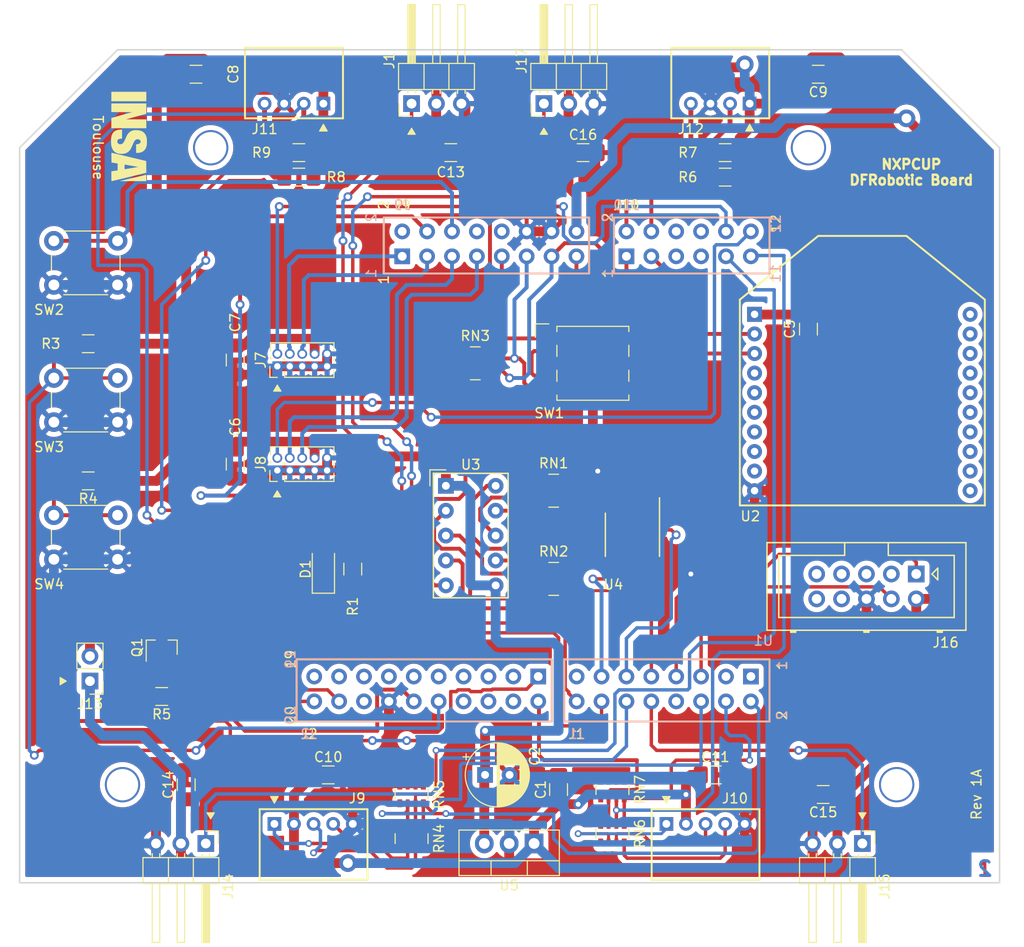
<source format=kicad_pcb>
(kicad_pcb (version 20171130) (host pcbnew 5.1.5-52549c5~84~ubuntu18.04.1)
  (title_block (title "Carte DFRobotic") (date 2020-01-29) (rev 1.0) (company "INSA GEI"))
  (layers (0 F.Cu signal) (31 B.Cu signal) (34 B.Paste user) (35 F.Paste user) (36 B.SilkS user) (37 F.SilkS user) (38 B.Mask user) (39 F.Mask user) (44 Edge.Cuts user))
  (net 0 "")
  (net 1 +3V3)
  (net 2 GND)
  (net 3 "Net-(D1-Pad1)")
  (net 4 /PWR_LED)
  (net 5 /SERVO_PWM)
  (net 6 /RESET)
  (net 7 /SW_USER1)
  (net 8 /SW_USER2)
  (net 9 "Net-(RN1-Pad6)")
  (net 10 "Net-(RN1-Pad5)")
  (net 11 "Net-(RN1-Pad8)")
  (net 12 "Net-(RN1-Pad7)")
  (net 13 "Net-(RN1-Pad3)")
  (net 14 "Net-(RN1-Pad2)")
  (net 15 "Net-(RN1-Pad4)")
  (net 16 "Net-(RN1-Pad1)")
  (net 17 "Net-(RN2-Pad1)")
  (net 18 "Net-(RN2-Pad4)")
  (net 19 "Net-(RN2-Pad2)")
  (net 20 "Net-(RN2-Pad3)")
  (net 21 "Net-(RN2-Pad7)")
  (net 22 "Net-(RN2-Pad8)")
  (net 23 "Net-(RN2-Pad5)")
  (net 24 "Net-(RN2-Pad6)")
  (net 25 /ROT_SW_2)
  (net 26 /ROT_SW_1)
  (net 27 /ROT_SW_8)
  (net 28 /ROT_SW_4)
  (net 29 /USART_RX)
  (net 30 /USART_TX)
  (net 31 /CCD_AD0)
  (net 32 /CCD_AD1)
  (net 33 "Net-(J13-Pad2)")
  (net 34 /CCD_CLK0)
  (net 35 /CCD_SI0)
  (net 36 /CCD_SI1)
  (net 37 /CCD_CLK1)
  (net 38 /ENC_INDEX1)
  (net 39 /ENC_SIG_A1)
  (net 40 /ENC_SIG_B1)
  (net 41 /ENC_SIG_B2)
  (net 42 /ENC_SIG_A2)
  (net 43 /ENC_INDEX2)
  (net 44 /SENS_SDA1)
  (net 45 /SENS_SCL1)
  (net 46 /SENS_SCL2)
  (net 47 /SENS_SDA2)
  (net 48 /CAM_LED)
  (net 49 /DISP_LATCH)
  (net 50 /DISP_SIN)
  (net 51 /DISP_CLK)
  (net 52 "Net-(Q1-Pad1)")
  (net 53 +5V)
  (net 54 /MOTOR_RIGHT_PWM)
  (net 55 /MOTOR_LEFT_PWM)
  (net 56 /PIXY2_RX)
  (net 57 /PIXY2_TX)
  (net 58 /SERVO_PWM2)
  (net 59 "Net-(J9-Pad1)")
  (net 60 "Net-(J9-Pad4)")
  (net 61 "Net-(J9-Pad3)")
  (net 62 "Net-(J10-Pad1)")
  (net 63 "Net-(J10-Pad4)")
  (net 64 "Net-(J10-Pad3)")
  (module Resistor_SMD:R_1206_3216Metric_Pad1.42x1.75mm_HandSolder (layer F.Cu) (at 128.5 75.5)
    (fp_text reference R9 (at -3.81 0 180) (layer F.SilkS))
    (fp_text value 4.7K)
    (pad 2 smd roundrect (at 1.4875 0) (size 1.425 1.75) (layers F.Cu F.Paste F.Mask) (roundrect_rratio 0.175439) (net 1 +3V3))
    (pad 1 smd roundrect (at -1.4875 0) (size 1.425 1.75) (layers F.Cu F.Paste F.Mask) (roundrect_rratio 0.175439) (net 44 /SENS_SDA1))
  )
  (module Resistor_SMD:R_1206_3216Metric_Pad1.42x1.75mm_HandSolder (layer F.Cu) (at 128.5 78)
    (fp_text reference R8 (at 3.81 0) (layer F.SilkS))
    (fp_text value 4.7K)
    (pad 2 smd roundrect (at 1.4875 0) (size 1.425 1.75) (layers F.Cu F.Paste F.Mask) (roundrect_rratio 0.175439) (net 1 +3V3))
    (pad 1 smd roundrect (at -1.4875 0) (size 1.425 1.75) (layers F.Cu F.Paste F.Mask) (roundrect_rratio 0.175439) (net 45 /SENS_SCL1))
  )
  (module Resistor_SMD:R_1206_3216Metric_Pad1.42x1.75mm_HandSolder (layer F.Cu) (at 172 75.5)
    (fp_text reference R7 (at -3.81 0) (layer F.SilkS))
    (fp_text value 4.7K)
    (pad 2 smd roundrect (at 1.4875 0) (size 1.425 1.75) (layers F.Cu F.Paste F.Mask) (roundrect_rratio 0.175439) (net 1 +3V3))
    (pad 1 smd roundrect (at -1.4875 0) (size 1.425 1.75) (layers F.Cu F.Paste F.Mask) (roundrect_rratio 0.175439) (net 47 /SENS_SDA2))
  )
  (module Resistor_SMD:R_1206_3216Metric_Pad1.42x1.75mm_HandSolder (layer F.Cu) (at 172 78)
    (fp_text reference R6 (at -3.81 0) (layer F.SilkS))
    (fp_text value 4.7K)
    (pad 2 smd roundrect (at 1.4875 0) (size 1.425 1.75) (layers F.Cu F.Paste F.Mask) (roundrect_rratio 0.175439) (net 1 +3V3))
    (pad 1 smd roundrect (at -1.4875 0) (size 1.425 1.75) (layers F.Cu F.Paste F.Mask) (roundrect_rratio 0.175439) (net 46 /SENS_SCL2))
  )
  (module Insa:Nidec_Copal_SMR-8016C (layer F.Cu) (at 158.5 97)
    (fp_text reference SW1 (at -4.445 5.08) (layer F.SilkS))
    (fp_text value SMR8016C-1)
    (pad 8 smd rect (at 4 2.54) (size 3 1) (layers F.Cu F.Paste F.Mask) (net 27 /ROT_SW_8))
    (pad 2 smd rect (at -4 2.54) (size 3 1) (layers F.Cu F.Paste F.Mask) (net 25 /ROT_SW_2))
    (pad E smd rect (at 4 0) (size 3 1) (layers F.Cu F.Paste F.Mask))
    (pad C smd rect (at -4 0) (size 3 1) (layers F.Cu F.Paste F.Mask) (net 1 +3V3))
    (pad 4 smd rect (at 4 -2.54) (size 3 1) (layers F.Cu F.Paste F.Mask) (net 28 /ROT_SW_4))
    (pad 1 smd rect (at -4 -2.54) (size 3 1) (layers F.Cu F.Paste F.Mask) (net 26 /ROT_SW_1))
  )
  (module Package_TO_SOT_SMD:SOT-23 (layer F.Cu) (at 114.5 126 90)
    (fp_text reference Q1 (at 0 -2.5 90) (layer F.SilkS))
    (fp_text value NTR3C21NZT1G)
    (pad 3 smd rect (at 1 0 90) (size 0.9 0.8) (layers F.Cu F.Paste F.Mask) (net 33 "Net-(J13-Pad2)"))
    (pad 2 smd rect (at -1 0.95 90) (size 0.9 0.8) (layers F.Cu F.Paste F.Mask) (net 2 GND))
    (pad 1 smd rect (at -1 -0.95 90) (size 0.9 0.8) (layers F.Cu F.Paste F.Mask) (net 52 "Net-(Q1-Pad1)"))
  )
  (module Insa:DF3A-4P-2DS (layer F.Cu) (at 171.5 70.5 180)
    (fp_text reference J12 (at 3 -2.6) (layer F.SilkS))
    (fp_text value DF3A-4P-2DS)
    (pad 1 thru_hole rect (at -3 0 180) (size 1.4 1.4) (drill 0.8) (layers *.Cu *.Mask) (net 1 +3V3))
    (pad 4 thru_hole circle (at 3 0 180) (size 1.4 1.4) (drill 0.8) (layers *.Cu *.Mask) (net 46 /SENS_SCL2))
    (pad 3 thru_hole circle (at 1 0 180) (size 1.4 1.4) (drill 0.8) (layers *.Cu *.Mask) (net 2 GND))
    (pad 2 thru_hole circle (at -1 0 180) (size 1.4 1.4) (drill 0.8) (layers *.Cu *.Mask) (net 47 /SENS_SDA2))
  )
  (module Insa:DF3A-4P-2DS (layer F.Cu) (at 128 70.5 180)
    (fp_text reference J11 (at 3 -2.6) (layer F.SilkS))
    (fp_text value DF3A-4P-2DS)
    (pad 1 thru_hole rect (at -3 0 180) (size 1.4 1.4) (drill 0.8) (layers *.Cu *.Mask) (net 1 +3V3))
    (pad 4 thru_hole circle (at 3 0 180) (size 1.4 1.4) (drill 0.8) (layers *.Cu *.Mask) (net 45 /SENS_SCL1))
    (pad 3 thru_hole circle (at 1 0 180) (size 1.4 1.4) (drill 0.8) (layers *.Cu *.Mask) (net 2 GND))
    (pad 2 thru_hole circle (at -1 0 180) (size 1.4 1.4) (drill 0.8) (layers *.Cu *.Mask) (net 44 /SENS_SDA1))
  )
  (module Insa:DF3A-5P-2DS (layer F.Cu) (at 170 144)
    (fp_text reference J10 (at 3 -2.6) (layer F.SilkS))
    (fp_text value DF3A-5P-2DS)
    (pad 5 thru_hole circle (at 4 0) (size 1.4 1.4) (drill 0.8) (layers *.Cu *.Mask) (net 2 GND))
    (pad 1 thru_hole rect (at -4 0) (size 1.4 1.4) (drill 0.8) (layers *.Cu *.Mask) (net 62 "Net-(J10-Pad1)"))
    (pad 4 thru_hole circle (at 2 0) (size 1.4 1.4) (drill 0.8) (layers *.Cu *.Mask) (net 63 "Net-(J10-Pad4)"))
    (pad 3 thru_hole circle (at 0 0) (size 1.4 1.4) (drill 0.8) (layers *.Cu *.Mask) (net 64 "Net-(J10-Pad3)"))
    (pad 2 thru_hole circle (at -2 0) (size 1.4 1.4) (drill 0.8) (layers *.Cu *.Mask) (net 53 +5V))
  )
  (module Insa:DF3A-5P-2DS (layer F.Cu) (at 130 144)
    (fp_text reference J9 (at 4.445 -2.6) (layer F.SilkS))
    (fp_text value DF3A-5P-2DS)
    (pad 5 thru_hole circle (at 4 0) (size 1.4 1.4) (drill 0.8) (layers *.Cu *.Mask) (net 2 GND))
    (pad 1 thru_hole rect (at -4 0) (size 1.4 1.4) (drill 0.8) (layers *.Cu *.Mask) (net 59 "Net-(J9-Pad1)"))
    (pad 4 thru_hole circle (at 2 0) (size 1.4 1.4) (drill 0.8) (layers *.Cu *.Mask) (net 60 "Net-(J9-Pad4)"))
    (pad 3 thru_hole circle (at 0 0) (size 1.4 1.4) (drill 0.8) (layers *.Cu *.Mask) (net 61 "Net-(J9-Pad3)"))
    (pad 2 thru_hole circle (at -2 0) (size 1.4 1.4) (drill 0.8) (layers *.Cu *.Mask) (net 53 +5V))
  )
  (module Resistor_SMD:R_1206_3216Metric_Pad1.42x1.75mm_HandSolder (layer F.Cu) (at 114.5 131 180)
    (fp_text reference R5 (at 0 -1.82) (layer F.SilkS))
    (fp_text value 100R)
    (pad 2 smd roundrect (at 1.4875 0 180) (size 1.425 1.75) (layers F.Cu F.Paste F.Mask) (roundrect_rratio 0.175439) (net 52 "Net-(Q1-Pad1)"))
    (pad 1 smd roundrect (at -1.4875 0 180) (size 1.425 1.75) (layers F.Cu F.Paste F.Mask) (roundrect_rratio 0.175439) (net 48 /CAM_LED))
  )
  (module Connector_PinHeader_2.54mm:PinHeader_1x02_P2.54mm_Vertical (layer F.Cu) (at 107.18 129.43 180)
    (fp_text reference J13 (at 0 -2.33) (layer F.SilkS))
    (fp_text value Conn_01x02)
    (pad 2 thru_hole oval (at 0 2.54 180) (size 1.7 1.7) (drill 1) (layers *.Cu *.Mask) (net 33 "Net-(J13-Pad2)"))
    (pad 1 thru_hole rect (at 0 0 180) (size 1.7 1.7) (drill 1) (layers *.Cu *.Mask) (net 53 +5V))
  )
  (module Capacitor_SMD:C_1206_3216Metric_Pad1.42x1.75mm_HandSolder (layer F.Cu) (at 171 139)
    (fp_text reference C11 (at 0 -1.82) (layer F.SilkS))
    (fp_text value 100nF)
    (pad 2 smd roundrect (at 1.4875 0) (size 1.425 1.75) (layers F.Cu F.Paste F.Mask) (roundrect_rratio 0.175439) (net 2 GND))
    (pad 1 smd roundrect (at -1.4875 0) (size 1.425 1.75) (layers F.Cu F.Paste F.Mask) (roundrect_rratio 0.175439) (net 53 +5V))
  )
  (module Capacitor_SMD:C_1206_3216Metric_Pad1.42x1.75mm_HandSolder (layer F.Cu) (at 131.5 139)
    (fp_text reference C10 (at 0 -1.82) (layer F.SilkS))
    (fp_text value 100nF)
    (pad 2 smd roundrect (at 1.4875 0) (size 1.425 1.75) (layers F.Cu F.Paste F.Mask) (roundrect_rratio 0.175439) (net 2 GND))
    (pad 1 smd roundrect (at -1.4875 0) (size 1.425 1.75) (layers F.Cu F.Paste F.Mask) (roundrect_rratio 0.175439) (net 53 +5V))
  )
  (module Capacitor_SMD:C_1206_3216Metric_Pad1.42x1.75mm_HandSolder (layer F.Cu) (at 181.5 67.5 180)
    (fp_text reference C9 (at 0 -1.82) (layer F.SilkS))
    (fp_text value 100nF)
    (pad 2 smd roundrect (at 1.4875 0 180) (size 1.425 1.75) (layers F.Cu F.Paste F.Mask) (roundrect_rratio 0.175439) (net 2 GND))
    (pad 1 smd roundrect (at -1.4875 0 180) (size 1.425 1.75) (layers F.Cu F.Paste F.Mask) (roundrect_rratio 0.175439) (net 1 +3V3))
  )
  (module Capacitor_SMD:C_1206_3216Metric_Pad1.42x1.75mm_HandSolder (layer F.Cu) (at 118 67.5 180)
    (fp_text reference C8 (at -3.81 0 90) (layer F.SilkS))
    (fp_text value 100nF)
    (pad 2 smd roundrect (at 1.4875 0 180) (size 1.425 1.75) (layers F.Cu F.Paste F.Mask) (roundrect_rratio 0.175439) (net 2 GND))
    (pad 1 smd roundrect (at -1.4875 0 180) (size 1.425 1.75) (layers F.Cu F.Paste F.Mask) (roundrect_rratio 0.175439) (net 1 +3V3))
  )
  (module Capacitor_SMD:C_1206_3216Metric_Pad1.42x1.75mm_HandSolder (layer F.Cu) (at 122 96.67 270)
    (fp_text reference C7 (at -3.81 0 90) (layer F.SilkS))
    (fp_text value 100nF)
    (pad 2 smd roundrect (at 1.4875 0 270) (size 1.425 1.75) (layers F.Cu F.Paste F.Mask) (roundrect_rratio 0.175439) (net 2 GND))
    (pad 1 smd roundrect (at -1.4875 0 270) (size 1.425 1.75) (layers F.Cu F.Paste F.Mask) (roundrect_rratio 0.175439) (net 1 +3V3))
  )
  (module Capacitor_SMD:C_1206_3216Metric_Pad1.42x1.75mm_HandSolder (layer F.Cu) (at 122 107.29 270)
    (fp_text reference C6 (at -3.81 0 90) (layer F.SilkS))
    (fp_text value 100nF)
    (pad 2 smd roundrect (at 1.4875 0 270) (size 1.425 1.75) (layers F.Cu F.Paste F.Mask) (roundrect_rratio 0.175439) (net 2 GND))
    (pad 1 smd roundrect (at -1.4875 0 270) (size 1.425 1.75) (layers F.Cu F.Paste F.Mask) (roundrect_rratio 0.175439) (net 1 +3V3))
  )
  (module Insa:Xbee3 (layer F.Cu) (at 186 98)
    (fp_text reference U2 (at -11.43 14.605) (layer F.SilkS))
    (fp_text value XBee)
    (pad 10 thru_hole circle (at -11 12) (size 1.524 1.524) (drill 0.762) (layers *.Cu *.Mask) (net 2 GND))
    (pad 9 thru_hole circle (at -11 10) (size 1.524 1.524) (drill 0.762) (layers *.Cu *.Mask))
    (pad 8 thru_hole circle (at -11 8) (size 1.524 1.524) (drill 0.762) (layers *.Cu *.Mask))
    (pad 7 thru_hole circle (at -11 6) (size 1.524 1.524) (drill 0.762) (layers *.Cu *.Mask))
    (pad 6 thru_hole circle (at -11 4) (size 1.524 1.524) (drill 0.762) (layers *.Cu *.Mask))
    (pad 5 thru_hole circle (at -11 2) (size 1.524 1.524) (drill 0.762) (layers *.Cu *.Mask))
    (pad 11 thru_hole circle (at 11 12) (size 1.524 1.524) (drill 0.762) (layers *.Cu *.Mask))
    (pad 12 thru_hole circle (at 11 10) (size 1.524 1.524) (drill 0.762) (layers *.Cu *.Mask))
    (pad 13 thru_hole circle (at 11 8) (size 1.524 1.524) (drill 0.762) (layers *.Cu *.Mask))
    (pad 14 thru_hole circle (at 11 6) (size 1.524 1.524) (drill 0.762) (layers *.Cu *.Mask))
    (pad 15 thru_hole circle (at 11 4) (size 1.524 1.524) (drill 0.762) (layers *.Cu *.Mask))
    (pad 16 thru_hole circle (at 11 2) (size 1.524 1.524) (drill 0.762) (layers *.Cu *.Mask))
    (pad 20 thru_hole circle (at 11 -6) (size 1.524 1.524) (drill 0.762) (layers *.Cu *.Mask))
    (pad 19 thru_hole circle (at 11 -4) (size 1.524 1.524) (drill 0.762) (layers *.Cu *.Mask))
    (pad 18 thru_hole circle (at 11 -2) (size 1.524 1.524) (drill 0.762) (layers *.Cu *.Mask))
    (pad 1 thru_hole rect (at -11 -6) (size 1.524 1.524) (drill 0.762) (layers *.Cu *.Mask) (net 1 +3V3))
    (pad 2 thru_hole circle (at -11 -4) (size 1.524 1.524) (drill 0.762) (layers *.Cu *.Mask) (net 29 /USART_RX))
    (pad 3 thru_hole circle (at -11 -2) (size 1.524 1.524) (drill 0.762) (layers *.Cu *.Mask) (net 30 /USART_TX))
    (pad 17 thru_hole circle (at 11 0) (size 1.524 1.524) (drill 0.762) (layers *.Cu *.Mask))
    (pad 4 thru_hole circle (at -11 0) (size 1.524 1.524) (drill 0.762) (layers *.Cu *.Mask))
  )
  (module Insa:insa-image (layer F.Cu) (at 111 74 270)
    (fp_text reference Logo1 hide)
    (fp_text value LOGO hide)
  )
  (module Insa:FRDM-KL25Z (layer B.Cu) (at 156.845 107.52 270)
    (fp_text reference U1 (at 17.78 -19.05) (layer B.SilkS) (effects (justify mirror)))
    (fp_text value FRDM-KL25Z)
    (fp_text user J1 (at 27.305 0) (layer F.SilkS))
    (fp_text user J2 (at 27.305 27.305) (layer F.SilkS))
    (fp_text user J9 (at -26.67 17.78) (layer F.SilkS))
    (fp_text user J10 (at -26.67 -5.08) (layer F.SilkS))
    (fp_text user J2 (at 27.305 27.305) (layer B.SilkS) (effects (justify mirror)))
    (fp_text user J1 (at 27.305 0) (layer B.SilkS) (effects (justify mirror)))
    (fp_text user J9 (at -26.67 17.78) (layer B.SilkS) (effects (justify mirror)))
    (fp_text user J10 (at -26.67 -5.08) (layer B.SilkS) (effects (justify mirror)))
    (fp_text user 1 (at -19.685 20.955 90) (layer B.SilkS) (effects (justify mirror)))
    (fp_text user 2 (at -25.4 20.955 90) (layer B.SilkS) (effects (justify mirror)))
    (fp_text user 1 (at -19.685 -3.175 90) (layer B.SilkS) (effects (justify mirror)))
    (fp_text user 2 (at -25.4 -3.175 90) (layer B.SilkS) (effects (justify mirror)))
    (fp_text user 11 (at -19.685 -20.32 90) (layer B.SilkS) (effects (justify mirror)))
    (fp_text user 12 (at -24.765 -20.32 90) (layer B.SilkS) (effects (justify mirror)))
    (fp_text user 19 (at 19.685 29.21 90) (layer B.SilkS) (effects (justify mirror)))
    (fp_text user 20 (at 25.4 29.21 90) (layer B.SilkS) (effects (justify mirror)))
    (fp_text user 1 (at 20.32 -20.955 90) (layer B.SilkS) (effects (justify mirror)))
    (fp_text user 2 (at 25.4 -20.955 90) (layer B.SilkS) (effects (justify mirror)))
    (fp_text user 1 (at -19.05 19.685 90) (layer F.SilkS))
    (fp_text user 2 (at -26.67 19.685 90) (layer F.SilkS))
    (fp_text user 1 (at -19.685 -3.175 90) (layer F.SilkS))
    (fp_text user 2 (at -25.4 -3.175 90) (layer F.SilkS))
    (fp_text user 12 (at -24.765 -20.32 90) (layer F.SilkS))
    (fp_text user 11 (at -19.685 -20.32 90) (layer F.SilkS))
    (fp_text user 1 (at 20.32 -20.955 90) (layer F.SilkS))
    (fp_text user 2 (at 25.4 -20.955 90) (layer F.SilkS))
    (fp_text user 19 (at 19.685 29.21 90) (layer F.SilkS))
    (fp_text user 20 (at 25.4 29.21 90) (layer F.SilkS))
    (pad 2.14 thru_hole circle (at 23.98 19.16 270) (size 1.6 1.6) (drill 0.9) (layers *.Cu *.Mask) (net 2 GND))
    (pad 2.12 thru_hole circle (at 23.98 16.62 270) (size 1.6 1.6) (drill 0.9) (layers *.Cu *.Mask) (net 8 /SW_USER2))
    (pad 2.10 thru_hole circle (at 23.98 14.08 270) (size 1.6 1.6) (drill 0.9) (layers *.Cu *.Mask) (net 7 /SW_USER1))
    (pad 2.8 thru_hole circle (at 23.98 11.54 270) (size 1.6 1.6) (drill 0.9) (layers *.Cu *.Mask))
    (pad 2.6 thru_hole circle (at 23.98 9 270) (size 1.6 1.6) (drill 0.9) (layers *.Cu *.Mask))
    (pad 2.4 thru_hole circle (at 23.98 6.46 270) (size 1.6 1.6) (drill 0.9) (layers *.Cu *.Mask))
    (pad 2.2 thru_hole circle (at 23.98 3.92 270) (size 1.6 1.6) (drill 0.9) (layers *.Cu *.Mask) (net 43 /ENC_INDEX2))
    (pad 2.16 thru_hole circle (at 23.98 21.7 270) (size 1.6 1.6) (drill 0.9) (layers *.Cu *.Mask))
    (pad 2.18 thru_hole circle (at 23.98 24.24 270) (size 1.6 1.6) (drill 0.9) (layers *.Cu *.Mask) (net 45 /SENS_SCL1))
    (pad 2.20 thru_hole circle (at 23.98 26.78 270) (size 1.6 1.6) (drill 0.9) (layers *.Cu *.Mask) (net 44 /SENS_SDA1))
    (pad 2.19 thru_hole circle (at 21.44 26.78 270) (size 1.6 1.6) (drill 0.9) (layers *.Cu *.Mask))
    (pad 2.17 thru_hole circle (at 21.44 24.24 270) (size 1.6 1.6) (drill 0.9) (layers *.Cu *.Mask))
    (pad 2.15 thru_hole circle (at 21.44 21.7 270) (size 1.6 1.6) (drill 0.9) (layers *.Cu *.Mask))
    (pad 2.13 thru_hole circle (at 21.44 19.16 270) (size 1.6 1.6) (drill 0.9) (layers *.Cu *.Mask))
    (pad 2.11 thru_hole circle (at 21.44 16.62 270) (size 1.6 1.6) (drill 0.9) (layers *.Cu *.Mask))
    (pad 2.9 thru_hole circle (at 21.44 14.08 270) (size 1.6 1.6) (drill 0.9) (layers *.Cu *.Mask))
    (pad 2.7 thru_hole circle (at 21.44 11.54 270) (size 1.6 1.6) (drill 0.9) (layers *.Cu *.Mask))
    (pad 2.5 thru_hole circle (at 21.44 9 270) (size 1.6 1.6) (drill 0.9) (layers *.Cu *.Mask))
    (pad 2.3 thru_hole circle (at 21.44 6.46 270) (size 1.6 1.6) (drill 0.9) (layers *.Cu *.Mask))
    (pad 2.1 thru_hole rect (at 21.44 3.92 270) (size 1.6 1.6) (drill 0.9) (layers *.Cu *.Mask) (net 48 /CAM_LED))
    (pad 1.15 thru_hole circle (at 21.44 0 270) (size 1.6 1.6) (drill 0.9) (layers *.Cu *.Mask))
    (pad 1.16 thru_hole circle (at 23.98 0 270) (size 1.6 1.6) (drill 0.9) (layers *.Cu *.Mask) (net 58 /SERVO_PWM2))
    (pad 1.14 thru_hole circle (at 23.98 -2.54 270) (size 1.6 1.6) (drill 0.9) (layers *.Cu *.Mask) (net 5 /SERVO_PWM))
    (pad 1.13 thru_hole circle (at 21.44 -2.54 270) (size 1.6 1.6) (drill 0.9) (layers *.Cu *.Mask) (net 49 /DISP_LATCH))
    (pad 1.11 thru_hole circle (at 21.44 -5.08 270) (size 1.6 1.6) (drill 0.9) (layers *.Cu *.Mask) (net 50 /DISP_SIN))
    (pad 1.12 thru_hole circle (at 23.98 -5.08 270) (size 1.6 1.6) (drill 0.9) (layers *.Cu *.Mask) (net 54 /MOTOR_RIGHT_PWM))
    (pad 1.10 thru_hole circle (at 23.98 -7.62 270) (size 1.6 1.6) (drill 0.9) (layers *.Cu *.Mask) (net 55 /MOTOR_LEFT_PWM))
    (pad 1.9 thru_hole circle (at 21.44 -7.62 270) (size 1.6 1.6) (drill 0.9) (layers *.Cu *.Mask) (net 51 /DISP_CLK))
    (pad 1.7 thru_hole circle (at 21.44 -10.16 270) (size 1.6 1.6) (drill 0.9) (layers *.Cu *.Mask) (net 56 /PIXY2_RX))
    (pad 1.8 thru_hole circle (at 23.98 -10.16 270) (size 1.6 1.6) (drill 0.9) (layers *.Cu *.Mask))
    (pad 1.6 thru_hole circle (at 23.98 -12.7 270) (size 1.6 1.6) (drill 0.9) (layers *.Cu *.Mask) (net 38 /ENC_INDEX1))
    (pad 1.5 thru_hole circle (at 21.44 -12.7 270) (size 1.6 1.6) (drill 0.9) (layers *.Cu *.Mask) (net 57 /PIXY2_TX))
    (pad 1.3 thru_hole circle (at 21.44 -15.24 270) (size 1.6 1.6) (drill 0.9) (layers *.Cu *.Mask))
    (pad 1.4 thru_hole circle (at 23.98 -15.24 270) (size 1.6 1.6) (drill 0.9) (layers *.Cu *.Mask) (net 41 /ENC_SIG_B2))
    (pad 1.2 thru_hole circle (at 23.98 -17.78 270) (size 1.6 1.6) (drill 0.9) (layers *.Cu *.Mask) (net 40 /ENC_SIG_B1))
    (pad 1.1 thru_hole rect (at 21.44 -17.78 270) (size 1.6 1.6) (drill 0.9) (layers *.Cu *.Mask))
    (pad 4.12 thru_hole circle (at -23.98 -17.78 270) (size 1.6 1.6) (drill 0.9) (layers *.Cu *.Mask) (net 32 /CCD_AD1))
    (pad 4.11 thru_hole circle (at -21.44 -17.78 270) (size 1.6 1.6) (drill 0.9) (layers *.Cu *.Mask) (net 42 /ENC_SIG_A2))
    (pad 4.9 thru_hole circle (at -21.44 -15.24 270) (size 1.6 1.6) (drill 0.9) (layers *.Cu *.Mask) (net 39 /ENC_SIG_A1))
    (pad 4.10 thru_hole circle (at -23.98 -15.24 270) (size 1.6 1.6) (drill 0.9) (layers *.Cu *.Mask) (net 31 /CCD_AD0))
    (pad 4.8 thru_hole circle (at -23.98 -12.7 270) (size 1.6 1.6) (drill 0.9) (layers *.Cu *.Mask))
    (pad 4.7 thru_hole circle (at -21.44 -12.7 270) (size 1.6 1.6) (drill 0.9) (layers *.Cu *.Mask))
    (pad 4.5 thru_hole circle (at -21.44 -10.16 270) (size 1.6 1.6) (drill 0.9) (layers *.Cu *.Mask))
    (pad 4.6 thru_hole circle (at -23.98 -10.16 270) (size 1.6 1.6) (drill 0.9) (layers *.Cu *.Mask))
    (pad 4.4 thru_hole circle (at -23.98 -7.62 270) (size 1.6 1.6) (drill 0.9) (layers *.Cu *.Mask) (net 47 /SENS_SDA2))
    (pad 4.3 thru_hole circle (at -21.44 -7.62 270) (size 1.6 1.6) (drill 0.9) (layers *.Cu *.Mask) (net 29 /USART_RX))
    (pad 4.1 thru_hole rect (at -21.44 -5.08 270) (size 1.6 1.6) (drill 0.9) (layers *.Cu *.Mask) (net 30 /USART_TX))
    (pad 4.2 thru_hole circle (at -23.98 -5.08 270) (size 1.6 1.6) (drill 0.9) (layers *.Cu *.Mask) (net 46 /SENS_SCL2))
    (pad 3.16 thru_hole circle (at -23.98 0.02 270) (size 1.6 1.6) (drill 0.9) (layers *.Cu *.Mask) (net 53 +5V))
    (pad 3.15 thru_hole circle (at -21.44 0.02 270) (size 1.6 1.6) (drill 0.9) (layers *.Cu *.Mask) (net 27 /ROT_SW_8))
    (pad 3.13 thru_hole circle (at -21.44 2.56 270) (size 1.6 1.6) (drill 0.9) (layers *.Cu *.Mask) (net 28 /ROT_SW_4))
    (pad 3.14 thru_hole circle (at -23.98 2.56 270) (size 1.6 1.6) (drill 0.9) (layers *.Cu *.Mask) (net 2 GND))
    (pad 3.12 thru_hole circle (at -23.98 5.1 270) (size 1.6 1.6) (drill 0.9) (layers *.Cu *.Mask) (net 2 GND))
    (pad 3.11 thru_hole circle (at -21.44 5.1 270) (size 1.6 1.6) (drill 0.9) (layers *.Cu *.Mask) (net 25 /ROT_SW_2))
    (pad 3.9 thru_hole circle (at -21.44 7.64 270) (size 1.6 1.6) (drill 0.9) (layers *.Cu *.Mask) (net 26 /ROT_SW_1))
    (pad 3.10 thru_hole circle (at -23.98 7.64 270) (size 1.6 1.6) (drill 0.9) (layers *.Cu *.Mask))
    (pad 3.8 thru_hole circle (at -23.98 10.18 270) (size 1.6 1.6) (drill 0.9) (layers *.Cu *.Mask))
    (pad 3.7 thru_hole circle (at -21.44 10.18 270) (size 1.6 1.6) (drill 0.9) (layers *.Cu *.Mask) (net 37 /CCD_CLK1))
    (pad 3.5 thru_hole circle (at -21.44 12.72 270) (size 1.6 1.6) (drill 0.9) (layers *.Cu *.Mask) (net 36 /CCD_SI1))
    (pad 3.6 thru_hole circle (at -23.98 12.72 270) (size 1.6 1.6) (drill 0.9) (layers *.Cu *.Mask) (net 6 /RESET))
    (pad 3.4 thru_hole circle (at -23.98 15.26 270) (size 1.6 1.6) (drill 0.9) (layers *.Cu *.Mask) (net 4 /PWR_LED))
    (pad 3.3 thru_hole circle (at -21.44 15.26 270) (size 1.6 1.6) (drill 0.9) (layers *.Cu *.Mask) (net 34 /CCD_CLK0))
    (pad 3.1 thru_hole rect (at -21.44 17.8 270) (size 1.6 1.6) (drill 0.9) (layers *.Cu *.Mask) (net 35 /CCD_SI0))
    (pad 3.2 thru_hole circle (at -23.98 17.8 270) (size 1.6 1.6) (drill 0.9) (layers *.Cu *.Mask))
  )
  (module Capacitor_THT:CP_Radial_D6.3mm_P2.50mm (layer F.Cu) (at 147.5 139)
    (fp_text reference C2 (at 5.08 -1.905 -270) (layer F.SilkS))
    (fp_text value 100µF)
    (pad 1 thru_hole rect (at 0 0) (size 1.6 1.6) (drill 0.8) (layers *.Cu *.Mask) (net 1 +3V3))
    (pad 2 thru_hole circle (at 2.5 0) (size 1.6 1.6) (drill 0.8) (layers *.Cu *.Mask) (net 2 GND))
  )
  (module Connector_PinHeader_1.27mm:PinHeader_2x05_P1.27mm_Vertical (layer F.Cu) (at 126.3 97.305 90)
    (fp_text reference J7 (at 0.635 -1.695 90) (layer F.SilkS))
    (fp_text value "Samtec FTS-105-01-L-DV")
    (pad 10 thru_hole oval (at 1.27 5.08 90) (size 1 1) (drill 0.65) (layers *.Cu *.Mask) (net 2 GND))
    (pad 9 thru_hole oval (at 0 5.08 90) (size 1 1) (drill 0.65) (layers *.Cu *.Mask) (net 2 GND))
    (pad 8 thru_hole oval (at 1.27 3.81 90) (size 1 1) (drill 0.65) (layers *.Cu *.Mask) (net 1 +3V3))
    (pad 7 thru_hole oval (at 0 3.81 90) (size 1 1) (drill 0.65) (layers *.Cu *.Mask) (net 2 GND))
    (pad 6 thru_hole oval (at 1.27 2.54 90) (size 1 1) (drill 0.65) (layers *.Cu *.Mask) (net 34 /CCD_CLK0))
    (pad 5 thru_hole oval (at 0 2.54 90) (size 1 1) (drill 0.65) (layers *.Cu *.Mask) (net 2 GND))
    (pad 4 thru_hole oval (at 1.27 1.27 90) (size 1 1) (drill 0.65) (layers *.Cu *.Mask) (net 35 /CCD_SI0))
    (pad 3 thru_hole oval (at 0 1.27 90) (size 1 1) (drill 0.65) (layers *.Cu *.Mask) (net 2 GND))
    (pad 2 thru_hole oval (at 1.27 0 90) (size 1 1) (drill 0.65) (layers *.Cu *.Mask) (net 31 /CCD_AD0))
    (pad 1 thru_hole rect (at 0 0 90) (size 1 1) (drill 0.65) (layers *.Cu *.Mask) (net 2 GND))
  )
  (module Connector_PinHeader_1.27mm:PinHeader_2x05_P1.27mm_Vertical (layer F.Cu) (at 126.3 107.925 90)
    (fp_text reference J8 (at 0.635 -1.695 90) (layer F.SilkS))
    (fp_text value "Samtec FTS-105-01-L-DV")
    (pad 1 thru_hole rect (at 0 0 90) (size 1 1) (drill 0.65) (layers *.Cu *.Mask) (net 2 GND))
    (pad 2 thru_hole oval (at 1.27 0 90) (size 1 1) (drill 0.65) (layers *.Cu *.Mask) (net 32 /CCD_AD1))
    (pad 3 thru_hole oval (at 0 1.27 90) (size 1 1) (drill 0.65) (layers *.Cu *.Mask) (net 2 GND))
    (pad 4 thru_hole oval (at 1.27 1.27 90) (size 1 1) (drill 0.65) (layers *.Cu *.Mask) (net 36 /CCD_SI1))
    (pad 5 thru_hole oval (at 0 2.54 90) (size 1 1) (drill 0.65) (layers *.Cu *.Mask) (net 2 GND))
    (pad 6 thru_hole oval (at 1.27 2.54 90) (size 1 1) (drill 0.65) (layers *.Cu *.Mask) (net 37 /CCD_CLK1))
    (pad 7 thru_hole oval (at 0 3.81 90) (size 1 1) (drill 0.65) (layers *.Cu *.Mask) (net 2 GND))
    (pad 8 thru_hole oval (at 1.27 3.81 90) (size 1 1) (drill 0.65) (layers *.Cu *.Mask) (net 1 +3V3))
    (pad 9 thru_hole oval (at 0 5.08 90) (size 1 1) (drill 0.65) (layers *.Cu *.Mask) (net 2 GND))
    (pad 10 thru_hole oval (at 1.27 5.08 90) (size 1 1) (drill 0.65) (layers *.Cu *.Mask) (net 2 GND))
  )
  (module Resistor_SMD:R_1206_3216Metric_Pad1.42x1.75mm_HandSolder (layer F.Cu) (at 134 118 90)
    (fp_text reference R1 (at -3.81 0 90) (layer F.SilkS))
    (fp_text value 100R)
    (pad 1 smd roundrect (at -1.4875 0 90) (size 1.425 1.75) (layers F.Cu F.Paste F.Mask) (roundrect_rratio 0.175439) (net 3 "Net-(D1-Pad1)"))
    (pad 2 smd roundrect (at 1.4875 0 90) (size 1.425 1.75) (layers F.Cu F.Paste F.Mask) (roundrect_rratio 0.175439) (net 2 GND))
  )
  (module Capacitor_SMD:C_1206_3216Metric_Pad1.42x1.75mm_HandSolder (layer F.Cu) (at 155 140.5 90)
    (fp_text reference C1 (at 0 -1.82 90) (layer F.SilkS))
    (fp_text value 100nF)
    (pad 1 smd roundrect (at -1.4875 0 90) (size 1.425 1.75) (layers F.Cu F.Paste F.Mask) (roundrect_rratio 0.175439) (net 53 +5V))
    (pad 2 smd roundrect (at 1.4875 0 90) (size 1.425 1.75) (layers F.Cu F.Paste F.Mask) (roundrect_rratio 0.175439) (net 2 GND))
  )
  (module Capacitor_SMD:C_1206_3216Metric_Pad1.42x1.75mm_HandSolder (layer F.Cu) (at 180.5 93.5125 270)
    (fp_text reference C5 (at 0 1.905 90) (layer F.SilkS))
    (fp_text value 100nF)
    (pad 1 smd roundrect (at -1.4875 0 270) (size 1.425 1.75) (layers F.Cu F.Paste F.Mask) (roundrect_rratio 0.175439) (net 1 +3V3))
    (pad 2 smd roundrect (at 1.4875 0 270) (size 1.425 1.75) (layers F.Cu F.Paste F.Mask) (roundrect_rratio 0.175439) (net 2 GND))
  )
  (module Resistor_SMD:R_1206_3216Metric_Pad1.42x1.75mm_HandSolder (layer F.Cu) (at 107 95 180)
    (fp_text reference R3 (at 3.81 0) (layer F.SilkS))
    (fp_text value 10K)
    (pad 2 smd roundrect (at 1.4875 0 180) (size 1.425 1.75) (layers F.Cu F.Paste F.Mask) (roundrect_rratio 0.175439) (net 7 /SW_USER1))
    (pad 1 smd roundrect (at -1.4875 0 180) (size 1.425 1.75) (layers F.Cu F.Paste F.Mask) (roundrect_rratio 0.175439) (net 1 +3V3))
  )
  (module Resistor_SMD:R_1206_3216Metric_Pad1.42x1.75mm_HandSolder (layer F.Cu) (at 107 109 180)
    (fp_text reference R4 (at 0 -1.82) (layer F.SilkS))
    (fp_text value 10K)
    (pad 1 smd roundrect (at -1.4875 0 180) (size 1.425 1.75) (layers F.Cu F.Paste F.Mask) (roundrect_rratio 0.175439) (net 1 +3V3))
    (pad 2 smd roundrect (at 1.4875 0 180) (size 1.425 1.75) (layers F.Cu F.Paste F.Mask) (roundrect_rratio 0.175439) (net 8 /SW_USER2))
  )
  (module Button_Switch_THT:SW_PUSH_6mm_H4.3mm (layer F.Cu) (at 110 89 180)
    (fp_text reference SW2 (at 6.985 -2.54) (layer F.SilkS))
    (fp_text value Reset)
    (pad 2 thru_hole circle (at 0 4.5 270) (size 2 2) (drill 1.1) (layers *.Cu *.Mask) (net 6 /RESET))
    (pad 1 thru_hole circle (at 0 0 270) (size 2 2) (drill 1.1) (layers *.Cu *.Mask) (net 2 GND))
    (pad 2 thru_hole circle (at 6.5 4.5 270) (size 2 2) (drill 1.1) (layers *.Cu *.Mask) (net 6 /RESET))
    (pad 1 thru_hole circle (at 6.5 0 270) (size 2 2) (drill 1.1) (layers *.Cu *.Mask) (net 2 GND))
  )
  (module Button_Switch_THT:SW_PUSH_6mm_H4.3mm (layer F.Cu) (at 110 103 180)
    (fp_text reference SW3 (at 6.985 -2.54) (layer F.SilkS))
    (fp_text value USER1)
    (pad 1 thru_hole circle (at 6.5 0 270) (size 2 2) (drill 1.1) (layers *.Cu *.Mask) (net 2 GND))
    (pad 2 thru_hole circle (at 6.5 4.5 270) (size 2 2) (drill 1.1) (layers *.Cu *.Mask) (net 7 /SW_USER1))
    (pad 1 thru_hole circle (at 0 0 270) (size 2 2) (drill 1.1) (layers *.Cu *.Mask) (net 2 GND))
    (pad 2 thru_hole circle (at 0 4.5 270) (size 2 2) (drill 1.1) (layers *.Cu *.Mask) (net 7 /SW_USER1))
  )
  (module Button_Switch_THT:SW_PUSH_6mm_H4.3mm (layer F.Cu) (at 110 117 180)
    (fp_text reference SW4 (at 6.985 -2.54) (layer F.SilkS))
    (fp_text value USER2)
    (pad 2 thru_hole circle (at 0 4.5 270) (size 2 2) (drill 1.1) (layers *.Cu *.Mask) (net 8 /SW_USER2))
    (pad 1 thru_hole circle (at 0 0 270) (size 2 2) (drill 1.1) (layers *.Cu *.Mask) (net 2 GND))
    (pad 2 thru_hole circle (at 6.5 4.5 270) (size 2 2) (drill 1.1) (layers *.Cu *.Mask) (net 8 /SW_USER2))
    (pad 1 thru_hole circle (at 6.5 0 270) (size 2 2) (drill 1.1) (layers *.Cu *.Mask) (net 2 GND))
  )
  (module Display_7Segment:HDSP-A151 (layer F.Cu) (at 143.5 109.5)
    (fp_text reference U3 (at 2.54 -2.159) (layer F.SilkS))
    (fp_text value HDSP-7501)
    (pad 1 thru_hole rect (at 0 0) (size 1.6 1.6) (drill 0.8) (layers *.Cu *.Mask) (net 1 +3V3))
    (pad 2 thru_hole circle (at 0 2.54) (size 1.6 1.6) (drill 0.8) (layers *.Cu *.Mask) (net 20 "Net-(RN2-Pad3)"))
    (pad 3 thru_hole circle (at 0 5.08) (size 1.6 1.6) (drill 0.8) (layers *.Cu *.Mask) (net 19 "Net-(RN2-Pad2)"))
    (pad 4 thru_hole circle (at 0 7.62) (size 1.6 1.6) (drill 0.8) (layers *.Cu *.Mask) (net 18 "Net-(RN2-Pad4)"))
    (pad 5 thru_hole circle (at 0 10.16) (size 1.6 1.6) (drill 0.8) (layers *.Cu *.Mask) (net 16 "Net-(RN1-Pad1)"))
    (pad 6 thru_hole circle (at 5.08 10.16) (size 1.6 1.6) (drill 0.8) (layers *.Cu *.Mask) (net 1 +3V3))
    (pad 7 thru_hole circle (at 5.08 7.62) (size 1.6 1.6) (drill 0.8) (layers *.Cu *.Mask) (net 17 "Net-(RN2-Pad1)"))
    (pad 8 thru_hole circle (at 5.08 5.08) (size 1.6 1.6) (drill 0.8) (layers *.Cu *.Mask) (net 14 "Net-(RN1-Pad2)"))
    (pad 9 thru_hole circle (at 5.08 2.54) (size 1.6 1.6) (drill 0.8) (layers *.Cu *.Mask) (net 13 "Net-(RN1-Pad3)"))
    (pad 10 thru_hole circle (at 5.08 0) (size 1.6 1.6) (drill 0.8) (layers *.Cu *.Mask) (net 15 "Net-(RN1-Pad4)"))
  )
  (module Package_SO:TSSOP-16_4.4x5mm_P0.65mm (layer F.Cu) (at 162.5 114.5 270)
    (fp_text reference U4 (at 5.08 1.905 180) (layer F.SilkS))
    (fp_text value TCL6C598)
    (pad 1 smd rect (at -2.95 -2.275 270) (size 1.5 0.45) (layers F.Cu F.Paste F.Mask) (net 1 +3V3))
    (pad 2 smd rect (at -2.95 -1.625 270) (size 1.5 0.45) (layers F.Cu F.Paste F.Mask) (net 50 /DISP_SIN))
    (pad 3 smd rect (at -2.95 -0.975 270) (size 1.5 0.45) (layers F.Cu F.Paste F.Mask) (net 10 "Net-(RN1-Pad5)"))
    (pad 4 smd rect (at -2.95 -0.325 270) (size 1.5 0.45) (layers F.Cu F.Paste F.Mask) (net 9 "Net-(RN1-Pad6)"))
    (pad 5 smd rect (at -2.95 0.325 270) (size 1.5 0.45) (layers F.Cu F.Paste F.Mask) (net 12 "Net-(RN1-Pad7)"))
    (pad 6 smd rect (at -2.95 0.975 270) (size 1.5 0.45) (layers F.Cu F.Paste F.Mask) (net 11 "Net-(RN1-Pad8)"))
    (pad 7 smd rect (at -2.95 1.625 270) (size 1.5 0.45) (layers F.Cu F.Paste F.Mask) (net 1 +3V3))
    (pad 8 smd rect (at -2.95 2.275 270) (size 1.5 0.45) (layers F.Cu F.Paste F.Mask) (net 2 GND))
    (pad 9 smd rect (at 2.95 2.275 270) (size 1.5 0.45) (layers F.Cu F.Paste F.Mask))
    (pad 10 smd rect (at 2.95 1.625 270) (size 1.5 0.45) (layers F.Cu F.Paste F.Mask) (net 49 /DISP_LATCH))
    (pad 11 smd rect (at 2.95 0.975 270) (size 1.5 0.45) (layers F.Cu F.Paste F.Mask) (net 23 "Net-(RN2-Pad5)"))
    (pad 12 smd rect (at 2.95 0.325 270) (size 1.5 0.45) (layers F.Cu F.Paste F.Mask) (net 24 "Net-(RN2-Pad6)"))
    (pad 13 smd rect (at 2.95 -0.325 270) (size 1.5 0.45) (layers F.Cu F.Paste F.Mask) (net 21 "Net-(RN2-Pad7)"))
    (pad 14 smd rect (at 2.95 -0.975 270) (size 1.5 0.45) (layers F.Cu F.Paste F.Mask) (net 22 "Net-(RN2-Pad8)"))
    (pad 15 smd rect (at 2.95 -1.625 270) (size 1.5 0.45) (layers F.Cu F.Paste F.Mask) (net 51 /DISP_CLK))
    (pad 16 smd rect (at 2.95 -2.275 270) (size 1.5 0.45) (layers F.Cu F.Paste F.Mask) (net 2 GND))
  )
  (module Resistor_SMD:R_Array_Convex_4x0603 (layer F.Cu) (at 154.5 110)
    (fp_text reference RN1 (at 0 -2.8) (layer F.SilkS))
    (fp_text value 220R)
    (pad 5 smd rect (at 0.9 1.2) (size 0.8 0.5) (layers F.Cu F.Paste F.Mask) (net 10 "Net-(RN1-Pad5)"))
    (pad 6 smd rect (at 0.9 0.4) (size 0.8 0.4) (layers F.Cu F.Paste F.Mask) (net 9 "Net-(RN1-Pad6)"))
    (pad 8 smd rect (at 0.9 -1.2) (size 0.8 0.5) (layers F.Cu F.Paste F.Mask) (net 11 "Net-(RN1-Pad8)"))
    (pad 7 smd rect (at 0.9 -0.4) (size 0.8 0.4) (layers F.Cu F.Paste F.Mask) (net 12 "Net-(RN1-Pad7)"))
    (pad 4 smd rect (at -0.9 1.2) (size 0.8 0.5) (layers F.Cu F.Paste F.Mask) (net 15 "Net-(RN1-Pad4)"))
    (pad 2 smd rect (at -0.9 -0.4) (size 0.8 0.4) (layers F.Cu F.Paste F.Mask) (net 14 "Net-(RN1-Pad2)"))
    (pad 3 smd rect (at -0.9 0.4) (size 0.8 0.4) (layers F.Cu F.Paste F.Mask) (net 13 "Net-(RN1-Pad3)"))
    (pad 1 smd rect (at -0.9 -1.2) (size 0.8 0.5) (layers F.Cu F.Paste F.Mask) (net 16 "Net-(RN1-Pad1)"))
  )
  (module Resistor_SMD:R_Array_Convex_4x0603 (layer F.Cu) (at 154.5 119)
    (fp_text reference RN2 (at 0 -2.8) (layer F.SilkS))
    (fp_text value 220R)
    (pad 1 smd rect (at -0.9 -1.2) (size 0.8 0.5) (layers F.Cu F.Paste F.Mask) (net 17 "Net-(RN2-Pad1)"))
    (pad 3 smd rect (at -0.9 0.4) (size 0.8 0.4) (layers F.Cu F.Paste F.Mask) (net 20 "Net-(RN2-Pad3)"))
    (pad 2 smd rect (at -0.9 -0.4) (size 0.8 0.4) (layers F.Cu F.Paste F.Mask) (net 19 "Net-(RN2-Pad2)"))
    (pad 4 smd rect (at -0.9 1.2) (size 0.8 0.5) (layers F.Cu F.Paste F.Mask) (net 18 "Net-(RN2-Pad4)"))
    (pad 7 smd rect (at 0.9 -0.4) (size 0.8 0.4) (layers F.Cu F.Paste F.Mask) (net 21 "Net-(RN2-Pad7)"))
    (pad 8 smd rect (at 0.9 -1.2) (size 0.8 0.5) (layers F.Cu F.Paste F.Mask) (net 22 "Net-(RN2-Pad8)"))
    (pad 6 smd rect (at 0.9 0.4) (size 0.8 0.4) (layers F.Cu F.Paste F.Mask) (net 24 "Net-(RN2-Pad6)"))
    (pad 5 smd rect (at 0.9 1.2) (size 0.8 0.5) (layers F.Cu F.Paste F.Mask) (net 23 "Net-(RN2-Pad5)"))
  )
  (module Resistor_SMD:R_Array_Convex_4x0603 (layer F.Cu) (at 146.5 97)
    (fp_text reference RN3 (at 0 -2.8) (layer F.SilkS))
    (fp_text value 10K)
    (pad 1 smd rect (at -0.9 -1.2) (size 0.8 0.5) (layers F.Cu F.Paste F.Mask) (net 2 GND))
    (pad 3 smd rect (at -0.9 0.4) (size 0.8 0.4) (layers F.Cu F.Paste F.Mask) (net 2 GND))
    (pad 2 smd rect (at -0.9 -0.4) (size 0.8 0.4) (layers F.Cu F.Paste F.Mask) (net 2 GND))
    (pad 4 smd rect (at -0.9 1.2) (size 0.8 0.5) (layers F.Cu F.Paste F.Mask) (net 2 GND))
    (pad 7 smd rect (at 0.9 -0.4) (size 0.8 0.4) (layers F.Cu F.Paste F.Mask) (net 25 /ROT_SW_2))
    (pad 8 smd rect (at 0.9 -1.2) (size 0.8 0.5) (layers F.Cu F.Paste F.Mask) (net 26 /ROT_SW_1))
    (pad 6 smd rect (at 0.9 0.4) (size 0.8 0.4) (layers F.Cu F.Paste F.Mask) (net 28 /ROT_SW_4))
    (pad 5 smd rect (at 0.9 1.2) (size 0.8 0.5) (layers F.Cu F.Paste F.Mask) (net 27 /ROT_SW_8))
  )
  (module Capacitor_SMD:C_1206_3216Metric_Pad1.42x1.75mm_HandSolder (layer F.Cu) (at 144 75.5)
    (fp_text reference C13 (at 0 2) (layer F.SilkS))
    (fp_text value 1µF)
    (pad 1 smd roundrect (at -1.4875 0) (size 1.425 1.75) (layers F.Cu F.Paste F.Mask) (roundrect_rratio 0.175439) (net 53 +5V))
    (pad 2 smd roundrect (at 1.4875 0) (size 1.425 1.75) (layers F.Cu F.Paste F.Mask) (roundrect_rratio 0.175439) (net 2 GND))
  )
  (module Capacitor_SMD:C_1206_3216Metric_Pad1.42x1.75mm_HandSolder (layer F.Cu) (at 117 140 90)
    (fp_text reference C14 (at 0 -1.82 90) (layer F.SilkS))
    (fp_text value 100nF)
    (pad 2 smd roundrect (at 1.4875 0 90) (size 1.425 1.75) (layers F.Cu F.Paste F.Mask) (roundrect_rratio 0.175439) (net 2 GND))
    (pad 1 smd roundrect (at -1.4875 0 90) (size 1.425 1.75) (layers F.Cu F.Paste F.Mask) (roundrect_rratio 0.175439) (net 53 +5V))
  )
  (module Capacitor_SMD:C_1206_3216Metric_Pad1.42x1.75mm_HandSolder (layer F.Cu) (at 182 141 180)
    (fp_text reference C15 (at 0 -1.82) (layer F.SilkS))
    (fp_text value 100nF)
    (pad 1 smd roundrect (at -1.4875 0 180) (size 1.425 1.75) (layers F.Cu F.Paste F.Mask) (roundrect_rratio 0.175439) (net 53 +5V))
    (pad 2 smd roundrect (at 1.4875 0 180) (size 1.425 1.75) (layers F.Cu F.Paste F.Mask) (roundrect_rratio 0.175439) (net 2 GND))
  )
  (module Package_TO_SOT_THT:TO-220-3_Vertical (layer F.Cu) (at 152.5 146 180)
    (fp_text reference U5 (at 2.54 -4.27) (layer F.SilkS))
    (fp_text value MIC29500-3.3WT)
    (pad 1 thru_hole rect (at 0 0 180) (size 1.905 2) (drill 1.1) (layers *.Cu *.Mask) (net 53 +5V))
    (pad 2 thru_hole oval (at 2.54 0 180) (size 1.905 2) (drill 1.1) (layers *.Cu *.Mask) (net 2 GND))
    (pad 3 thru_hole oval (at 5.08 0 180) (size 1.905 2) (drill 1.1) (layers *.Cu *.Mask) (net 1 +3V3))
  )
  (module Connector_PinHeader_2.54mm:PinHeader_1x03_P2.54mm_Horizontal (layer F.Cu) (at 140 70.5 90)
    (fp_text reference J1 (at 4.385 -2.27 90) (layer F.SilkS))
    (fp_text value Conn_01x03)
    (pad 1 thru_hole rect (at 0 0 90) (size 1.7 1.7) (drill 1) (layers *.Cu *.Mask) (net 5 /SERVO_PWM))
    (pad 2 thru_hole oval (at 0 2.54 90) (size 1.7 1.7) (drill 1) (layers *.Cu *.Mask) (net 53 +5V))
    (pad 3 thru_hole oval (at 0 5.08 90) (size 1.7 1.7) (drill 1) (layers *.Cu *.Mask) (net 2 GND))
  )
  (module Connector_PinHeader_2.54mm:PinHeader_1x03_P2.54mm_Horizontal (layer F.Cu) (at 119 146 270)
    (fp_text reference J14 (at 4.385 -2.27 90) (layer F.SilkS))
    (fp_text value Conn_01x03)
    (pad 1 thru_hole rect (at 0 0 270) (size 1.7 1.7) (drill 1) (layers *.Cu *.Mask) (net 54 /MOTOR_RIGHT_PWM))
    (pad 2 thru_hole oval (at 0 2.54 270) (size 1.7 1.7) (drill 1) (layers *.Cu *.Mask) (net 53 +5V))
    (pad 3 thru_hole oval (at 0 5.08 270) (size 1.7 1.7) (drill 1) (layers *.Cu *.Mask) (net 2 GND))
  )
  (module Connector_PinHeader_2.54mm:PinHeader_1x03_P2.54mm_Horizontal (layer F.Cu) (at 186 146 270)
    (fp_text reference J15 (at 4.385 -2.27 90) (layer F.SilkS))
    (fp_text value Conn_01x03)
    (pad 3 thru_hole oval (at 0 5.08 270) (size 1.7 1.7) (drill 1) (layers *.Cu *.Mask) (net 2 GND))
    (pad 2 thru_hole oval (at 0 2.54 270) (size 1.7 1.7) (drill 1) (layers *.Cu *.Mask) (net 53 +5V))
    (pad 1 thru_hole rect (at 0 0 270) (size 1.7 1.7) (drill 1) (layers *.Cu *.Mask) (net 55 /MOTOR_LEFT_PWM))
  )
  (module Connector_Multicomp:Multicomp_MC9A12-1034_2x05_P2.54mm_Vertical (layer F.Cu) (at 191.5 118.5 180)
    (fp_text reference J16 (at -3 -7) (layer F.SilkS))
    (fp_text value Conn_02x05_Odd_Even)
    (pad 1 thru_hole rect (at 0 0 180) (size 1.7 1.7) (drill 1) (layers *.Cu *.Mask) (net 56 /PIXY2_RX))
    (pad 2 thru_hole circle (at 0 -2.54 180) (size 1.7 1.7) (drill 1) (layers *.Cu *.Mask) (net 53 +5V))
    (pad 3 thru_hole circle (at 2.54 0 180) (size 1.7 1.7) (drill 1) (layers *.Cu *.Mask))
    (pad 4 thru_hole circle (at 2.54 -2.54 180) (size 1.7 1.7) (drill 1) (layers *.Cu *.Mask) (net 57 /PIXY2_TX))
    (pad 5 thru_hole circle (at 5.08 0 180) (size 1.7 1.7) (drill 1) (layers *.Cu *.Mask))
    (pad 6 thru_hole circle (at 5.08 -2.54 180) (size 1.7 1.7) (drill 1) (layers *.Cu *.Mask) (net 2 GND))
    (pad 7 thru_hole circle (at 7.62 0 180) (size 1.7 1.7) (drill 1) (layers *.Cu *.Mask))
    (pad 8 thru_hole circle (at 7.62 -2.54 180) (size 1.7 1.7) (drill 1) (layers *.Cu *.Mask))
    (pad 9 thru_hole circle (at 10.16 0 180) (size 1.7 1.7) (drill 1) (layers *.Cu *.Mask))
    (pad 10 thru_hole circle (at 10.16 -2.54 180) (size 1.7 1.7) (drill 1) (layers *.Cu *.Mask))
  )
  (module LED_SMD:LED_1206_3216Metric_Pad1.42x1.75mm_HandSolder (layer F.Cu) (at 131 118 90)
    (fp_text reference D1 (at 0 -1.82 90) (layer F.SilkS))
    (fp_text value LED)
    (pad 1 smd roundrect (at -1.4875 0 90) (size 1.425 1.75) (layers F.Cu F.Paste F.Mask) (roundrect_rratio 0.175439) (net 3 "Net-(D1-Pad1)"))
    (pad 2 smd roundrect (at 1.4875 0 90) (size 1.425 1.75) (layers F.Cu F.Paste F.Mask) (roundrect_rratio 0.175439) (net 4 /PWR_LED))
  )
  (module Capacitor_SMD:C_1206_3216Metric_Pad1.42x1.75mm_HandSolder (layer F.Cu) (at 157.5 75.5)
    (fp_text reference C16 (at 0 -1.82) (layer F.SilkS))
    (fp_text value 1µF)
    (pad 1 smd roundrect (at -1.4875 0) (size 1.425 1.75) (layers F.Cu F.Paste F.Mask) (roundrect_rratio 0.175439) (net 53 +5V))
    (pad 2 smd roundrect (at 1.4875 0) (size 1.425 1.75) (layers F.Cu F.Paste F.Mask) (roundrect_rratio 0.175439) (net 2 GND))
  )
  (module Connector_PinHeader_2.54mm:PinHeader_1x03_P2.54mm_Horizontal (layer F.Cu) (at 153.5 70.5 90)
    (fp_text reference J17 (at 4.385 -2.27 90) (layer F.SilkS))
    (fp_text value Conn_01x03)
    (pad 1 thru_hole rect (at 0 0 90) (size 1.7 1.7) (drill 1) (layers *.Cu *.Mask) (net 58 /SERVO_PWM2))
    (pad 2 thru_hole oval (at 0 2.54 90) (size 1.7 1.7) (drill 1) (layers *.Cu *.Mask) (net 53 +5V))
    (pad 3 thru_hole oval (at 0 5.08 90) (size 1.7 1.7) (drill 1) (layers *.Cu *.Mask) (net 2 GND))
  )
  (module Resistor_SMD:R_Array_Convex_4x0603 (layer F.Cu) (at 140 145.5 270)
    (fp_text reference RN4 (at 0 -2.8 90) (layer F.SilkS))
    (fp_text value 2.2K)
    (pad 5 smd rect (at 0.9 1.2 270) (size 0.8 0.5) (layers F.Cu F.Paste F.Mask))
    (pad 6 smd rect (at 0.9 0.4 270) (size 0.8 0.4) (layers F.Cu F.Paste F.Mask) (net 59 "Net-(J9-Pad1)"))
    (pad 8 smd rect (at 0.9 -1.2 270) (size 0.8 0.5) (layers F.Cu F.Paste F.Mask) (net 60 "Net-(J9-Pad4)"))
    (pad 7 smd rect (at 0.9 -0.4 270) (size 0.8 0.4) (layers F.Cu F.Paste F.Mask) (net 61 "Net-(J9-Pad3)"))
    (pad 4 smd rect (at -0.9 1.2 270) (size 0.8 0.5) (layers F.Cu F.Paste F.Mask))
    (pad 2 smd rect (at -0.9 -0.4 270) (size 0.8 0.4) (layers F.Cu F.Paste F.Mask) (net 39 /ENC_SIG_A1))
    (pad 3 smd rect (at -0.9 0.4 270) (size 0.8 0.4) (layers F.Cu F.Paste F.Mask) (net 38 /ENC_INDEX1))
    (pad 1 smd rect (at -0.9 -1.2 270) (size 0.8 0.5) (layers F.Cu F.Paste F.Mask) (net 40 /ENC_SIG_B1))
  )
  (module Resistor_SMD:R_Array_Convex_4x0603 (layer F.Cu) (at 140 141 270)
    (fp_text reference RN5 (at 0 -2.8 90) (layer F.SilkS))
    (fp_text value 3.3K)
    (pad 1 smd rect (at -0.9 -1.2 270) (size 0.8 0.5) (layers F.Cu F.Paste F.Mask) (net 2 GND))
    (pad 3 smd rect (at -0.9 0.4 270) (size 0.8 0.4) (layers F.Cu F.Paste F.Mask) (net 2 GND))
    (pad 2 smd rect (at -0.9 -0.4 270) (size 0.8 0.4) (layers F.Cu F.Paste F.Mask) (net 2 GND))
    (pad 4 smd rect (at -0.9 1.2 270) (size 0.8 0.5) (layers F.Cu F.Paste F.Mask) (net 2 GND))
    (pad 7 smd rect (at 0.9 -0.4 270) (size 0.8 0.4) (layers F.Cu F.Paste F.Mask) (net 39 /ENC_SIG_A1))
    (pad 8 smd rect (at 0.9 -1.2 270) (size 0.8 0.5) (layers F.Cu F.Paste F.Mask) (net 40 /ENC_SIG_B1))
    (pad 6 smd rect (at 0.9 0.4 270) (size 0.8 0.4) (layers F.Cu F.Paste F.Mask) (net 38 /ENC_INDEX1))
    (pad 5 smd rect (at 0.9 1.2 270) (size 0.8 0.5) (layers F.Cu F.Paste F.Mask))
  )
  (module Resistor_SMD:R_Array_Convex_4x0603 (layer F.Cu) (at 160.5 145 270)
    (fp_text reference RN6 (at 0 -2.8 90) (layer F.SilkS))
    (fp_text value 2.2K)
    (pad 1 smd rect (at -0.9 -1.2 270) (size 0.8 0.5) (layers F.Cu F.Paste F.Mask) (net 41 /ENC_SIG_B2))
    (pad 3 smd rect (at -0.9 0.4 270) (size 0.8 0.4) (layers F.Cu F.Paste F.Mask) (net 43 /ENC_INDEX2))
    (pad 2 smd rect (at -0.9 -0.4 270) (size 0.8 0.4) (layers F.Cu F.Paste F.Mask) (net 42 /ENC_SIG_A2))
    (pad 4 smd rect (at -0.9 1.2 270) (size 0.8 0.5) (layers F.Cu F.Paste F.Mask))
    (pad 7 smd rect (at 0.9 -0.4 270) (size 0.8 0.4) (layers F.Cu F.Paste F.Mask) (net 64 "Net-(J10-Pad3)"))
    (pad 8 smd rect (at 0.9 -1.2 270) (size 0.8 0.5) (layers F.Cu F.Paste F.Mask) (net 63 "Net-(J10-Pad4)"))
    (pad 6 smd rect (at 0.9 0.4 270) (size 0.8 0.4) (layers F.Cu F.Paste F.Mask) (net 62 "Net-(J10-Pad1)"))
    (pad 5 smd rect (at 0.9 1.2 270) (size 0.8 0.5) (layers F.Cu F.Paste F.Mask))
  )
  (module Resistor_SMD:R_Array_Convex_4x0603 (layer F.Cu) (at 160.5 140.5 270)
    (fp_text reference RN7 (at 0 -2.8 90) (layer F.SilkS))
    (fp_text value 3.3K)
    (pad 5 smd rect (at 0.9 1.2 270) (size 0.8 0.5) (layers F.Cu F.Paste F.Mask))
    (pad 6 smd rect (at 0.9 0.4 270) (size 0.8 0.4) (layers F.Cu F.Paste F.Mask) (net 43 /ENC_INDEX2))
    (pad 8 smd rect (at 0.9 -1.2 270) (size 0.8 0.5) (layers F.Cu F.Paste F.Mask) (net 41 /ENC_SIG_B2))
    (pad 7 smd rect (at 0.9 -0.4 270) (size 0.8 0.4) (layers F.Cu F.Paste F.Mask) (net 42 /ENC_SIG_A2))
    (pad 4 smd rect (at -0.9 1.2 270) (size 0.8 0.5) (layers F.Cu F.Paste F.Mask) (net 2 GND))
    (pad 2 smd rect (at -0.9 -0.4 270) (size 0.8 0.4) (layers F.Cu F.Paste F.Mask) (net 2 GND))
    (pad 3 smd rect (at -0.9 0.4 270) (size 0.8 0.4) (layers F.Cu F.Paste F.Mask) (net 2 GND))
    (pad 1 smd rect (at -0.9 -1.2 270) (size 0.8 0.5) (layers F.Cu F.Paste F.Mask) (net 2 GND))
  )
  (gr_text "NXPCUP\nDFRobotic Board" (at 191 77.5) (layer F.SilkS) (effects (font (size 1 1) (thickness 0.25))))
  (gr_poly (pts (xy 153.881 73.635) (xy 153.119 73.635) (xy 153.5 73)) (layer F.SilkS) (width 0.1))
  (gr_poly (pts (xy 119.119 142.865) (xy 119.881 142.865) (xy 119.5 143.5)) (layer F.SilkS) (width 0.1))
  (gr_poly (pts (xy 185.619 142.865) (xy 186.381 142.865) (xy 186 143.5)) (layer F.SilkS) (width 0.1))
  (gr_poly (pts (xy 140.381 73.635) (xy 139.619 73.635) (xy 140 73)) (layer F.SilkS) (width 0.1))
  (gr_line (start 200 75) (end 190 65) (layer Edge.Cuts) (width 0.15))
  (gr_line (start 100 75) (end 110 65) (layer Edge.Cuts) (width 0.15))
  (gr_line (start 100 75) (end 100 150) (layer Edge.Cuts) (width 0.15))
  (gr_line (start 190 65) (end 110 65) (layer Edge.Cuts) (width 0.15))
  (gr_line (start 200 150) (end 200 75) (layer Edge.Cuts) (width 0.15))
  (gr_line (start 100 150) (end 200 150) (layer Edge.Cuts) (width 0.15))
  (gr_text "Rev 1A" (at 197.645 141 90) (layer F.SilkS) (effects (font (size 1 1))))
  (gr_text 2 (at 198.505 148.58) (layer B.Cu) (effects (font (size 1.5 1.5) (thickness 0.3)) (justify mirror)))
  (gr_text 1 (at 198.505 148.58) (layer F.Cu) (effects (font (size 1.5 1.5) (thickness 0.3))))
  (gr_text Toulouse (at 108 75 270) (layer F.SilkS) (effects (font (size 1 1))))
  (gr_poly (pts (xy 104.132 129.811) (xy 104.132 129.049) (xy 104.767 129.43)) (layer F.SilkS) (width 0.1))
  (gr_poly (pts (xy 126.67 110.635) (xy 125.908 110.635) (xy 126.289 110)) (layer F.SilkS) (width 0.1))
  (gr_poly (pts (xy 126.681 99.845) (xy 125.919 99.845) (xy 126.3 99.21)) (layer F.SilkS) (width 0.1))
  (via (at 110.5 140) (size 3.6) (drill 3.2) (layers F.Cu B.Cu) (net 0))
  (via (at 189.5 140) (size 3.6) (drill 3.2) (layers F.Cu B.Cu) (net 0))
  (via (at 180.5 75) (size 3.6) (drill 3.2) (layers F.Cu B.Cu) (net 0))
  (via (at 119.5 75) (size 3.6) (drill 3.2) (layers F.Cu B.Cu) (net 0))
  (segment (start 175.025 92.025) (end 175 92) (width 1) (layer F.Cu) (net 1))
  (segment (start 180.5 92.025) (end 175.025 92.025) (width 1) (layer F.Cu) (net 1))
  (segment (start 147.42 139.08) (end 147.5 139) (width 1) (layer F.Cu) (net 1))
  (segment (start 147.42 146) (end 147.42 139.08) (width 1) (layer F.Cu) (net 1))
  (segment (start 117.1975 105.8025) (end 122 105.8025) (width 1) (layer F.Cu) (net 1))
  (segment (start 108.4875 109) (end 114 109) (width 1) (layer F.Cu) (net 1))
  (segment (start 114 109) (end 117.1975 105.8025) (width 1) (layer F.Cu) (net 1))
  (segment (start 121.8175 95) (end 122 95.1825) (width 1) (layer F.Cu) (net 1))
  (segment (start 117.1975 95.1975) (end 117 95) (width 1) (layer F.Cu) (net 1))
  (segment (start 108.4875 95) (end 117 95) (width 1) (layer F.Cu) (net 1))
  (segment (start 117 105.8025) (end 117 95.1975) (width 1) (layer F.Cu) (net 1))
  (segment (start 117 95) (end 121.8175 95) (width 1) (layer F.Cu) (net 1))
  (segment (start 174.5 70.5) (end 182 70.5) (width 1) (layer F.Cu) (net 1))
  (segment (start 182.9875 69.5125) (end 182.9875 67.5) (width 1) (layer F.Cu) (net 1))
  (segment (start 182 70.5) (end 182.9875 69.5125) (width 1) (layer F.Cu) (net 1))
  (segment (start 119.4875 67.5) (end 130.5 67.5) (width 1) (layer F.Cu) (net 1))
  (segment (start 131 68) (end 131 70.5) (width 1) (layer F.Cu) (net 1))
  (segment (start 130.5 67.5) (end 131 68) (width 1) (layer F.Cu) (net 1))
  (segment (start 129.9875 78) (end 129.9875 75.5) (width 1) (layer F.Cu) (net 1))
  (segment (start 129.9875 75.5) (end 129.9875 74.0125) (width 1) (layer F.Cu) (net 1))
  (segment (start 131 73) (end 131 70.5) (width 1) (layer F.Cu) (net 1))
  (segment (start 129.9875 74.0125) (end 131 73) (width 1) (layer F.Cu) (net 1))
  (segment (start 173.4875 78) (end 173.4875 75.5) (width 1) (layer F.Cu) (net 1))
  (segment (start 173.4875 75.5) (end 173.4875 74.0125) (width 1) (layer F.Cu) (net 1))
  (segment (start 174.5 73) (end 174.5 70.5) (width 1) (layer F.Cu) (net 1))
  (segment (start 173.4875 74.0125) (end 174.5 73) (width 1) (layer F.Cu) (net 1))
  (segment (start 180.5 92.025) (end 180.5 80) (width 1) (layer F.Cu) (net 1))
  (segment (start 178.5 78) (end 173.4875 78) (width 1) (layer F.Cu) (net 1))
  (segment (start 180.5 80) (end 178.5 78) (width 1) (layer F.Cu) (net 1))
  (segment (start 117 95) (end 117 84) (width 1) (layer F.Cu) (net 1))
  (segment (start 117 84) (end 114 81) (width 1) (layer F.Cu) (net 1))
  (segment (start 119.4875 66.625) (end 119.4875 67.5) (width 1) (layer F.Cu) (net 1))
  (segment (start 118.78749 65.92499) (end 119.4875 66.625) (width 1) (layer F.Cu) (net 1))
  (segment (start 115.07501 65.92499) (end 118.78749 65.92499) (width 1) (layer F.Cu) (net 1))
  (segment (start 114 67) (end 115.07501 65.92499) (width 1) (layer F.Cu) (net 1))
  (segment (start 114 81) (end 114 67) (width 1) (layer F.Cu) (net 1))
  (segment (start 130.5 67.5) (end 140.5 67.5) (width 1) (layer F.Cu) (net 1))
  (segment (start 141.20001 66.79999) (end 168.29999 66.79999) (width 1) (layer F.Cu) (net 1))
  (segment (start 140.5 67.5) (end 141.20001 66.79999) (width 1) (layer F.Cu) (net 1))
  (via (at 174 66.5) (size 1.8) (drill 1) (layers F.Cu B.Cu) (net 1))
  (segment (start 168.29999 66.79999) (end 173.70001 66.79999) (width 1) (layer F.Cu) (net 1))
  (segment (start 173.70001 66.79999) (end 174 66.5) (width 1) (layer F.Cu) (net 1))
  (segment (start 174 66.5) (end 174 68.5) (width 1) (layer B.Cu) (net 1))
  (segment (start 174.5 68.8) (end 174.5 70.5) (width 1) (layer B.Cu) (net 1))
  (segment (start 174.2 68.5) (end 174.5 68.8) (width 1) (layer B.Cu) (net 1))
  (segment (start 174 68.5) (end 174.2 68.5) (width 1) (layer B.Cu) (net 1))
  (segment (start 145.3 109.5) (end 146 110.2) (width 1) (layer B.Cu) (net 1))
  (segment (start 143.5 109.5) (end 145.3 109.5) (width 1) (layer B.Cu) (net 1))
  (segment (start 146 110.2) (end 146 119.5) (width 1) (layer B.Cu) (net 1))
  (segment (start 146.16 119.66) (end 148.58 119.66) (width 1) (layer B.Cu) (net 1))
  (segment (start 146 119.5) (end 146.16 119.66) (width 1) (layer B.Cu) (net 1))
  (segment (start 122 105.09) (end 122.09 105) (width 1) (layer F.Cu) (net 1))
  (segment (start 122 105.8025) (end 122 105.09) (width 1) (layer F.Cu) (net 1))
  (segment (start 122.09 105) (end 129.5 105) (width 1) (layer F.Cu) (net 1))
  (segment (start 130.11 105.61) (end 130.11 106.655) (width 1) (layer F.Cu) (net 1))
  (segment (start 129.5 105) (end 130.11 105.61) (width 1) (layer F.Cu) (net 1))
  (segment (start 130.11 94.61) (end 130.11 96.035) (width 1) (layer F.Cu) (net 1))
  (segment (start 130 94.5) (end 130.11 94.61) (width 1) (layer F.Cu) (net 1))
  (segment (start 123.5575 94.5) (end 130 94.5) (width 1) (layer F.Cu) (net 1))
  (segment (start 122 95.1825) (end 122.875 95.1825) (width 1) (layer F.Cu) (net 1))
  (segment (start 122.875 95.1825) (end 123.5575 94.5) (width 1) (layer F.Cu) (net 1))
  (segment (start 143.5 106) (end 143.5 109.5) (width 1) (layer F.Cu) (net 1))
  (segment (start 154.5 97) (end 157.5 97) (width 1) (layer F.Cu) (net 1))
  (segment (start 157.5 97) (end 158.5 98) (width 1) (layer F.Cu) (net 1))
  (segment (start 158 105) (end 158.5 104.5) (width 1) (layer F.Cu) (net 1))
  (segment (start 158.5 98) (end 158.5 104.5) (width 1) (layer F.Cu) (net 1))
  (segment (start 164.775 111.55) (end 164.775 110.4) (width 0.4) (layer F.Cu) (net 1))
  (segment (start 165 110.175) (end 165 109.5) (width 0.4) (layer F.Cu) (net 1))
  (segment (start 164.775 110.4) (end 165 110.175) (width 0.4) (layer F.Cu) (net 1))
  (segment (start 160.875 108.625) (end 161 108.5) (width 0.4) (layer F.Cu) (net 1))
  (segment (start 160.875 111.55) (end 160.875 108.625) (width 0.4) (layer F.Cu) (net 1))
  (segment (start 161 105) (end 161 108.5) (width 1) (layer F.Cu) (net 1))
  (segment (start 158 105) (end 161 105) (width 1) (layer F.Cu) (net 1))
  (segment (start 165 109) (end 165 109.5) (width 1) (layer F.Cu) (net 1))
  (segment (start 161 105) (end 165 109) (width 1) (layer F.Cu) (net 1))
  (segment (start 158.5 104.5) (end 159 105) (width 1) (layer F.Cu) (net 1))
  (segment (start 159 105) (end 161 105) (width 1) (layer F.Cu) (net 1))
  (segment (start 143 106.5) (end 143.5 106) (width 1) (layer F.Cu) (net 1))
  (segment (start 134 106.5) (end 143 106.5) (width 1) (layer F.Cu) (net 1))
  (segment (start 129.5 105) (end 132.5 105) (width 1) (layer F.Cu) (net 1))
  (segment (start 132.5 105) (end 134 106.5) (width 1) (layer F.Cu) (net 1))
  (segment (start 144.5 105) (end 143.5 106) (width 1) (layer F.Cu) (net 1))
  (segment (start 158 105) (end 144.5 105) (width 1) (layer F.Cu) (net 1))
  (segment (start 148.58 119.66) (end 148.58 125.08) (width 1) (layer B.Cu) (net 1))
  (segment (start 148.58 125.08) (end 149 125.5) (width 1) (layer B.Cu) (net 1))
  (segment (start 149 125.5) (end 154.5 125.5) (width 1) (layer B.Cu) (net 1))
  (segment (start 154.5 125.5) (end 155 126) (width 1) (layer B.Cu) (net 1))
  (segment (start 155 126) (end 155 134.5) (width 1) (layer B.Cu) (net 1))
  (segment (start 155 134.5) (end 147.5 134.5) (width 1) (layer B.Cu) (net 1))
  (via (at 147.5 134.5) (size 1) (drill 0.6) (layers F.Cu B.Cu) (net 1))
  (segment (start 147.5 134.5) (end 147.5 139) (width 1) (layer F.Cu) (net 1))
  (segment (start 151.745 83.54) (end 154.285 83.54) (width 1) (layer F.Cu) (net 2))
  (segment (start 154.285 83.54) (end 154.285 76.215) (width 1) (layer B.Cu) (net 2))
  (segment (start 154.285 76.215) (end 155 75.5) (width 1) (layer B.Cu) (net 2))
  (segment (start 155 75.5) (end 158.5 75.5) (width 1) (layer B.Cu) (net 2))
  (segment (start 158.58 75.42) (end 158.58 70.5) (width 1) (layer B.Cu) (net 2))
  (segment (start 158.5 75.5) (end 158.58 75.42) (width 1) (layer B.Cu) (net 2))
  (segment (start 180 110) (end 175 110) (width 1) (layer F.Cu) (net 2))
  (segment (start 180.5 95) (end 180.5 109.5) (width 1) (layer F.Cu) (net 2))
  (segment (start 180.5 109.5) (end 180 110) (width 1) (layer F.Cu) (net 2))
  (segment (start 113.92 146) (end 113.92 139.08) (width 1) (layer F.Cu) (net 2))
  (segment (start 114.4875 138.5125) (end 117 138.5125) (width 1) (layer F.Cu) (net 2))
  (segment (start 113.92 139.08) (end 114.4875 138.5125) (width 1) (layer F.Cu) (net 2))
  (segment (start 134 140.0125) (end 132.9875 139) (width 1) (layer F.Cu) (net 2))
  (segment (start 134 144) (end 134 140.0125) (width 1) (layer F.Cu) (net 2))
  (segment (start 149.96 139.04) (end 150 139) (width 1) (layer F.Cu) (net 2))
  (segment (start 149.96 146) (end 149.96 139.04) (width 1) (layer F.Cu) (net 2))
  (segment (start 150.0125 139.0125) (end 150 139) (width 1) (layer F.Cu) (net 2))
  (segment (start 155 139.0125) (end 150.0125 139.0125) (width 1) (layer F.Cu) (net 2))
  (segment (start 174 140.5125) (end 172.4875 139) (width 1) (layer F.Cu) (net 2))
  (segment (start 174 144) (end 174 140.5125) (width 1) (layer F.Cu) (net 2))
  (segment (start 180.92 141.4075) (end 180.5125 141) (width 1) (layer F.Cu) (net 2))
  (segment (start 180.92 146) (end 180.92 141.4075) (width 1) (layer F.Cu) (net 2))
  (segment (start 186.42 121.04) (end 186.42 135.08) (width 1) (layer F.Cu) (net 2))
  (segment (start 186.42 135.08) (end 183 138.5) (width 1) (layer F.Cu) (net 2))
  (segment (start 183 138.5) (end 181.5 138.5) (width 1) (layer F.Cu) (net 2))
  (segment (start 180.5125 139.4875) (end 180.5125 141) (width 1) (layer F.Cu) (net 2))
  (segment (start 181.5 138.5) (end 180.5125 139.4875) (width 1) (layer F.Cu) (net 2))
  (segment (start 149.96 146) (end 149.96 147.46) (width 1) (layer F.Cu) (net 2))
  (segment (start 149.96 147.46) (end 151 148.5) (width 1) (layer F.Cu) (net 2))
  (segment (start 151 148.5) (end 172.5 148.5) (width 1) (layer F.Cu) (net 2))
  (segment (start 174 147) (end 174 144) (width 1) (layer F.Cu) (net 2))
  (segment (start 172.5 148.5) (end 174 147) (width 1) (layer F.Cu) (net 2))
  (segment (start 116.5125 68.375) (end 116.5125 67.5) (width 1) (layer F.Cu) (net 2))
  (segment (start 126.589948 69.099999) (end 117.237499 69.099999) (width 1) (layer F.Cu) (net 2))
  (segment (start 127 69.510051) (end 126.589948 69.099999) (width 1) (layer F.Cu) (net 2))
  (segment (start 117.237499 69.099999) (end 116.5125 68.375) (width 1) (layer F.Cu) (net 2))
  (segment (start 127 70.5) (end 127 69.510051) (width 1) (layer F.Cu) (net 2))
  (segment (start 145.4875 70.9075) (end 145.08 70.5) (width 1) (layer F.Cu) (net 2))
  (segment (start 145.4875 75.5) (end 145.4875 70.9075) (width 1) (layer F.Cu) (net 2))
  (segment (start 158.58 75.0925) (end 158.9875 75.5) (width 1) (layer F.Cu) (net 2))
  (segment (start 158.58 70.5) (end 158.58 75.0925) (width 1) (layer F.Cu) (net 2))
  (segment (start 170.5 68) (end 170.5 70.5) (width 1) (layer B.Cu) (net 2))
  (segment (start 170 67.5) (end 170.5 68) (width 1) (layer B.Cu) (net 2))
  (segment (start 127 70.5) (end 127 68.5) (width 1) (layer B.Cu) (net 2))
  (segment (start 127 68.5) (end 128 67.5) (width 1) (layer B.Cu) (net 2))
  (segment (start 158.58 70.5) (end 158.58 67.58) (width 1) (layer B.Cu) (net 2))
  (segment (start 158.58 67.58) (end 158.5 67.5) (width 1) (layer B.Cu) (net 2))
  (segment (start 158.5 67.5) (end 170 67.5) (width 1) (layer B.Cu) (net 2))
  (segment (start 145.08 67.58) (end 145 67.5) (width 1) (layer B.Cu) (net 2))
  (segment (start 128 67.5) (end 145 67.5) (width 1) (layer B.Cu) (net 2))
  (segment (start 145.08 70.5) (end 145.08 67.58) (width 1) (layer B.Cu) (net 2))
  (segment (start 145 67.5) (end 158.5 67.5) (width 1) (layer B.Cu) (net 2))
  (segment (start 180.5 95) (end 184.5 95) (width 1) (layer F.Cu) (net 2))
  (segment (start 184.5 66.58148) (end 183.69353 65.77501) (width 1) (layer F.Cu) (net 2))
  (segment (start 184.5 95) (end 184.5 66.58148) (width 1) (layer F.Cu) (net 2))
  (segment (start 180.0125 66.625) (end 180.0125 67.5) (width 1) (layer F.Cu) (net 2))
  (segment (start 180.86249 65.77501) (end 180.0125 66.625) (width 1) (layer F.Cu) (net 2))
  (segment (start 183.69353 65.77501) (end 180.86249 65.77501) (width 1) (layer F.Cu) (net 2))
  (segment (start 126.3 98.805) (end 126.3 97.305) (width 1) (layer B.Cu) (net 2))
  (segment (start 111.414213 117) (end 116 112.414213) (width 1) (layer B.Cu) (net 2))
  (segment (start 110 117) (end 111.414213 117) (width 1) (layer B.Cu) (net 2))
  (segment (start 116 112.414213) (end 124.585787 112.414213) (width 1) (layer B.Cu) (net 2))
  (segment (start 126.3 110.7) (end 126.3 107.925) (width 1) (layer B.Cu) (net 2))
  (segment (start 124.585787 112.414213) (end 126.3 110.7) (width 1) (layer B.Cu) (net 2))
  (segment (start 125.4475 108.7775) (end 126.3 107.925) (width 1) (layer F.Cu) (net 2))
  (segment (start 122 108.7775) (end 125.4475 108.7775) (width 1) (layer F.Cu) (net 2))
  (segment (start 125.4475 98.1575) (end 126.3 97.305) (width 1) (layer F.Cu) (net 2))
  (segment (start 122 98.1575) (end 125.4475 98.1575) (width 1) (layer F.Cu) (net 2))
  (segment (start 126.3 97.305) (end 131.38 97.305) (width 1) (layer F.Cu) (net 2))
  (segment (start 131.38 97.305) (end 131.38 96.035) (width 1) (layer F.Cu) (net 2))
  (segment (start 126.3 107.925) (end 131.38 107.925) (width 1) (layer F.Cu) (net 2))
  (segment (start 131.38 107.925) (end 131.38 106.655) (width 1) (layer F.Cu) (net 2))
  (segment (start 103.5 117) (end 106.5 117) (width 1) (layer B.Cu) (net 2))
  (segment (start 107 103) (end 107 117) (width 1) (layer B.Cu) (net 2))
  (segment (start 107 117) (end 110 117) (width 1) (layer B.Cu) (net 2))
  (segment (start 106.5 117) (end 107 117) (width 1) (layer B.Cu) (net 2))
  (segment (start 107 103) (end 110 103) (width 1) (layer B.Cu) (net 2))
  (segment (start 103.5 103) (end 107 103) (width 1) (layer B.Cu) (net 2))
  (segment (start 107 103) (end 107 89.5) (width 1) (layer B.Cu) (net 2))
  (segment (start 107.5 89) (end 110 89) (width 1) (layer B.Cu) (net 2))
  (segment (start 107 89.5) (end 107.5 89) (width 1) (layer B.Cu) (net 2))
  (segment (start 113.92 146) (end 103.5 146) (width 1) (layer B.Cu) (net 2))
  (segment (start 103.5 146) (end 103.5 117) (width 1) (layer B.Cu) (net 2))
  (segment (start 137.685 131.5) (end 137.685 137.815) (width 1) (layer F.Cu) (net 2))
  (segment (start 136.5 139) (end 132.9875 139) (width 1) (layer F.Cu) (net 2))
  (segment (start 137.685 137.815) (end 136.5 139) (width 1) (layer F.Cu) (net 2))
  (segment (start 172.5 148.5) (end 180.5 148.5) (width 1) (layer F.Cu) (net 2))
  (segment (start 180.92 148.08) (end 180.92 146) (width 1) (layer F.Cu) (net 2))
  (segment (start 180.5 148.5) (end 180.92 148.08) (width 1) (layer F.Cu) (net 2))
  (segment (start 106.5 89) (end 106.5 73.5) (width 1) (layer B.Cu) (net 2))
  (segment (start 106.5 89) (end 107.5 89) (width 1) (layer B.Cu) (net 2))
  (segment (start 103.5 89) (end 106.5 89) (width 1) (layer B.Cu) (net 2))
  (segment (start 112.5 67.5) (end 128 67.5) (width 1) (layer B.Cu) (net 2))
  (segment (start 106.5 73.5) (end 112.5 67.5) (width 1) (layer B.Cu) (net 2))
  (segment (start 133.425 107.925) (end 131.38 107.925) (width 1) (layer F.Cu) (net 2))
  (segment (start 134 116.5125) (end 134 108.5) (width 1) (layer F.Cu) (net 2))
  (segment (start 134 108.5) (end 133.425 107.925) (width 1) (layer F.Cu) (net 2))
  (segment (start 150 146.04) (end 149.96 146) (width 1) (layer B.Cu) (net 2))
  (segment (start 179.0125 68.5) (end 180.0125 67.5) (width 1) (layer F.Cu) (net 2))
  (segment (start 170.5 70.5) (end 170.5 68.5) (width 1) (layer F.Cu) (net 2))
  (segment (start 170.5 68.5) (end 179.0125 68.5) (width 1) (layer F.Cu) (net 2))
  (segment (start 164.775 117.45) (end 164.775 118.775) (width 0.4) (layer F.Cu) (net 2))
  (segment (start 145.6 95.8) (end 145.6 98.2) (width 0.4) (layer F.Cu) (net 2))
  (segment (start 115.45 127) (end 116.5 127) (width 1) (layer F.Cu) (net 2))
  (segment (start 116.5 127) (end 116.5 118) (width 1) (layer F.Cu) (net 2))
  (segment (start 116.5 118) (end 115.5 117) (width 1) (layer F.Cu) (net 2))
  (segment (start 115.5 117) (end 110 117) (width 1) (layer F.Cu) (net 2))
  (segment (start 145.6 95.15) (end 148 92.75) (width 0.4) (layer F.Cu) (net 2))
  (segment (start 145.6 95.8) (end 145.6 95.15) (width 0.4) (layer F.Cu) (net 2))
  (segment (start 148 92.75) (end 148 82) (width 0.4) (layer F.Cu) (net 2))
  (segment (start 148 82) (end 151.5 82) (width 0.4) (layer F.Cu) (net 2))
  (segment (start 151.745 82.245) (end 151.745 83.54) (width 0.4) (layer F.Cu) (net 2))
  (segment (start 151.5 82) (end 151.745 82.245) (width 0.4) (layer F.Cu) (net 2))
  (segment (start 126.3 98.805) (end 125.195 98.805) (width 1) (layer B.Cu) (net 2))
  (segment (start 125.195 98.805) (end 124 100) (width 1) (layer B.Cu) (net 2))
  (segment (start 124 100) (end 124 107.5) (width 1) (layer B.Cu) (net 2))
  (segment (start 124 107.5) (end 124.5 108) (width 1) (layer B.Cu) (net 2))
  (segment (start 124.575 107.925) (end 126.3 107.925) (width 1) (layer B.Cu) (net 2))
  (segment (start 124.5 108) (end 124.575 107.925) (width 1) (layer B.Cu) (net 2))
  (via (at 159 108) (size 0.9) (drill 0.5) (layers F.Cu B.Cu) (net 2))
  (segment (start 159 108) (end 159 108.5) (width 1) (layer F.Cu) (net 2))
  (segment (start 159 108.5) (end 159 109) (width 0.35) (layer F.Cu) (net 2))
  (segment (start 160.225 110.225) (end 160.225 111.55) (width 0.35) (layer F.Cu) (net 2))
  (segment (start 159 109) (end 160.225 110.225) (width 0.35) (layer F.Cu) (net 2))
  (via (at 168.5 118.5) (size 0.9) (drill 0.5) (layers F.Cu B.Cu) (net 2))
  (segment (start 167.863604 118.5) (end 168.5 118.5) (width 1) (layer F.Cu) (net 2))
  (segment (start 168.5 109.5) (end 168.5 117.863604) (width 1) (layer B.Cu) (net 2))
  (segment (start 167 108) (end 168.5 109.5) (width 1) (layer B.Cu) (net 2))
  (segment (start 159 108) (end 167 108) (width 1) (layer B.Cu) (net 2))
  (segment (start 168.949999 118.050001) (end 168.5 118.5) (width 1) (layer F.Cu) (net 2))
  (segment (start 175 112) (end 168.949999 118.050001) (width 1) (layer F.Cu) (net 2))
  (segment (start 175 110) (end 175 112) (width 1) (layer F.Cu) (net 2))
  (segment (start 165 118.5) (end 167.863604 118.5) (width 1) (layer F.Cu) (net 2))
  (segment (start 168.5 117.863604) (end 168.5 118.5) (width 1) (layer B.Cu) (net 2))
  (segment (start 141.2 140.1) (end 140.4 140.1) (width 0.35) (layer F.Cu) (net 2))
  (segment (start 140.4 140.1) (end 139.6 140.1) (width 0.35) (layer F.Cu) (net 2))
  (segment (start 139.6 140.1) (end 138.8 140.1) (width 0.35) (layer F.Cu) (net 2))
  (segment (start 137.6 140.1) (end 136.5 139) (width 0.35) (layer F.Cu) (net 2))
  (segment (start 138.8 140.1) (end 137.6 140.1) (width 0.35) (layer F.Cu) (net 2))
  (segment (start 134 144.5) (end 134 144) (width 1) (layer B.Cu) (net 2))
  (segment (start 130.5 148) (end 134 144.5) (width 1) (layer B.Cu) (net 2))
  (segment (start 114.5 148) (end 130.5 148) (width 1) (layer B.Cu) (net 2))
  (segment (start 113.92 146) (end 113.92 147.42) (width 1) (layer B.Cu) (net 2))
  (segment (start 113.92 147.42) (end 114.5 148) (width 1) (layer B.Cu) (net 2))
  (segment (start 150 144) (end 150 145.96) (width 1) (layer B.Cu) (net 2))
  (segment (start 134 144) (end 150 144) (width 1) (layer B.Cu) (net 2))
  (segment (start 150 145.96) (end 149.96 146) (width 1) (layer B.Cu) (net 2))
  (segment (start 161.7 139.6) (end 159.3 139.6) (width 0.35) (layer F.Cu) (net 2))
  (segment (start 159.3 139.6) (end 158.1 139.6) (width 0.35) (layer F.Cu) (net 2))
  (segment (start 157.5125 139.0125) (end 155 139.0125) (width 0.35) (layer F.Cu) (net 2))
  (segment (start 158.1 139.6) (end 157.5125 139.0125) (width 0.35) (layer F.Cu) (net 2))
  (segment (start 134 119.4875) (end 131 119.4875) (width 0.5) (layer F.Cu) (net 3))
  (segment (start 131 116.5125) (end 131 112) (width 0.4) (layer F.Cu) (net 4))
  (segment (start 131 112) (end 129.5 110.5) (width 0.4) (layer F.Cu) (net 4))
  (via (at 118.5 110.5) (size 0.9) (drill 0.5) (layers F.Cu B.Cu) (net 4))
  (segment (start 129.5 110.5) (end 118.5 110.5) (width 0.4) (layer F.Cu) (net 4))
  (segment (start 118.5 110.5) (end 121 110.5) (width 0.4) (layer B.Cu) (net 4))
  (segment (start 121 110.5) (end 122.5 109) (width 0.4) (layer B.Cu) (net 4))
  (segment (start 122.5 109) (end 122.5 91) (width 0.4) (layer B.Cu) (net 4))
  (via (at 122.5 91) (size 0.9) (drill 0.5) (layers F.Cu B.Cu) (net 4))
  (segment (start 140.785001 82.740001) (end 141.585 83.54) (width 0.4) (layer F.Cu) (net 4))
  (segment (start 123 82) (end 140.045 82) (width 0.4) (layer F.Cu) (net 4))
  (segment (start 122.5 82.5) (end 123 82) (width 0.4) (layer F.Cu) (net 4))
  (segment (start 122.5 91) (end 122.5 82.5) (width 0.4) (layer F.Cu) (net 4))
  (segment (start 140.045 82) (end 140.785001 82.740001) (width 0.4) (layer F.Cu) (net 4))
  (segment (start 159.385 131.5) (end 159.385 133.615) (width 0.35) (layer F.Cu) (net 5))
  (segment (start 159.385 133.615) (end 159 134) (width 0.35) (layer F.Cu) (net 5))
  (segment (start 159 134) (end 155.5 134) (width 0.35) (layer F.Cu) (net 5))
  (segment (start 155.5 134) (end 155 133.5) (width 0.35) (layer F.Cu) (net 5))
  (segment (start 155 133.5) (end 155 125) (width 0.35) (layer F.Cu) (net 5))
  (segment (start 155 125) (end 154.5 124.5) (width 0.35) (layer F.Cu) (net 5))
  (segment (start 154.5 124.5) (end 139 124.5) (width 0.35) (layer F.Cu) (net 5))
  (segment (start 139 124.5) (end 139 123.5) (width 0.35) (layer F.Cu) (net 5))
  (segment (start 139 123.5) (end 139 109) (width 0.35) (layer F.Cu) (net 5))
  (via (at 139 109) (size 0.9) (drill 0.5) (layers F.Cu B.Cu) (net 5))
  (segment (start 139 109) (end 139 106.5) (width 0.35) (layer B.Cu) (net 5))
  (via (at 137.5 105) (size 0.9) (drill 0.5) (layers F.Cu B.Cu) (net 5))
  (segment (start 139 106.5) (end 137.5 105) (width 0.35) (layer B.Cu) (net 5))
  (segment (start 137.5 105) (end 137 104.5) (width 0.35) (layer F.Cu) (net 5))
  (segment (start 137 104.5) (end 134 104.5) (width 0.35) (layer F.Cu) (net 5))
  (segment (start 134 104.5) (end 133 103.5) (width 0.35) (layer F.Cu) (net 5))
  (segment (start 133 103.5) (end 133 84.5) (width 0.35) (layer F.Cu) (net 5))
  (via (at 133 84.5) (size 0.9) (drill 0.5) (layers F.Cu B.Cu) (net 5))
  (segment (start 140 70.5) (end 140 73.5) (width 0.35) (layer F.Cu) (net 5))
  (via (at 133.5 80) (size 0.9) (drill 0.5) (layers F.Cu B.Cu) (net 5))
  (segment (start 133 84.5) (end 133 80.5) (width 0.35) (layer B.Cu) (net 5))
  (segment (start 133 80.5) (end 133.5 80) (width 0.35) (layer B.Cu) (net 5))
  (segment (start 133.949999 79.550001) (end 133.5 80) (width 0.35) (layer F.Cu) (net 5))
  (segment (start 140 73.5) (end 133.949999 79.550001) (width 0.35) (layer F.Cu) (net 5))
  (segment (start 103.5 84.5) (end 110 84.5) (width 0.4) (layer F.Cu) (net 6))
  (segment (start 110.999999 83.500001) (end 110 84.5) (width 0.4) (layer B.Cu) (net 6))
  (segment (start 110.999999 79.500001) (end 110.999999 83.500001) (width 0.4) (layer B.Cu) (net 6))
  (segment (start 143 78.5) (end 112 78.5) (width 0.4) (layer B.Cu) (net 6))
  (segment (start 112 78.5) (end 110.999999 79.500001) (width 0.4) (layer B.Cu) (net 6))
  (segment (start 144.125 83.54) (end 144.125 79.625) (width 0.4) (layer B.Cu) (net 6))
  (segment (start 144.125 79.625) (end 143 78.5) (width 0.4) (layer B.Cu) (net 6))
  (segment (start 104.8 95) (end 105.5125 95) (width 0.4) (layer F.Cu) (net 7))
  (segment (start 103.5 96.3) (end 104.8 95) (width 0.4) (layer F.Cu) (net 7))
  (segment (start 103.5 98.5) (end 103.5 96.3) (width 0.4) (layer F.Cu) (net 7))
  (via (at 118 136.5) (size 0.9) (drill 0.5) (layers F.Cu B.Cu) (net 7))
  (segment (start 118 136.5) (end 102 136.5) (width 0.35) (layer F.Cu) (net 7))
  (via (at 101.5 137) (size 0.9) (drill 0.5) (layers F.Cu B.Cu) (net 7))
  (segment (start 102 136.5) (end 101.5 137) (width 0.35) (layer F.Cu) (net 7))
  (segment (start 101.5 137) (end 101 136.5) (width 0.35) (layer B.Cu) (net 7))
  (segment (start 101 101) (end 103.5 98.5) (width 0.35) (layer B.Cu) (net 7))
  (segment (start 101 136.5) (end 101 101) (width 0.35) (layer B.Cu) (net 7))
  (segment (start 120 134.5) (end 118 136.5) (width 0.35) (layer B.Cu) (net 7))
  (segment (start 120.265 134.235) (end 120 134.5) (width 0.35) (layer B.Cu) (net 7))
  (segment (start 142.765 131.5) (end 142.765 134.235) (width 0.35) (layer B.Cu) (net 7))
  (segment (start 142.765 134.235) (end 120.265 134.235) (width 0.35) (layer B.Cu) (net 7))
  (segment (start 110 98.5) (end 103.5 98.5) (width 0.35) (layer F.Cu) (net 7))
  (segment (start 104.8 109) (end 105.5125 109) (width 0.4) (layer F.Cu) (net 8))
  (segment (start 103.5 110.3) (end 104.8 109) (width 0.4) (layer F.Cu) (net 8))
  (segment (start 103.5 112.5) (end 103.5 110.3) (width 0.4) (layer F.Cu) (net 8))
  (segment (start 106.5 112.5) (end 106.5 120.5) (width 0.4) (layer F.Cu) (net 8))
  (segment (start 106.5 112.5) (end 110 112.5) (width 0.4) (layer F.Cu) (net 8))
  (segment (start 103.5 112.5) (end 106.5 112.5) (width 0.4) (layer F.Cu) (net 8))
  (segment (start 106.5 120.5) (end 105 122) (width 0.4) (layer F.Cu) (net 8))
  (segment (start 105 122) (end 105 132.5) (width 0.4) (layer F.Cu) (net 8))
  (segment (start 105 132.5) (end 106 133.5) (width 0.4) (layer F.Cu) (net 8))
  (segment (start 106 133.5) (end 114.5 133.5) (width 0.4) (layer F.Cu) (net 8))
  (segment (start 114.5 133.5) (end 114.5 129) (width 0.4) (layer F.Cu) (net 8))
  (segment (start 114.5 129) (end 118 129) (width 0.4) (layer F.Cu) (net 8))
  (segment (start 118 129) (end 118 132) (width 0.4) (layer F.Cu) (net 8))
  (segment (start 118 132) (end 120.5 132) (width 0.4) (layer F.Cu) (net 8))
  (segment (start 120.5 132) (end 123 134.5) (width 0.4) (layer F.Cu) (net 8))
  (segment (start 123 134.5) (end 136.5 134.5) (width 0.4) (layer F.Cu) (net 8))
  (segment (start 136.484999 132.076001) (end 136.484999 130.515001) (width 0.4) (layer F.Cu) (net 8))
  (segment (start 136.5 134.5) (end 136.5 132.091002) (width 0.4) (layer F.Cu) (net 8))
  (segment (start 136.5 132.091002) (end 136.484999 132.076001) (width 0.4) (layer F.Cu) (net 8))
  (segment (start 139.024999 130.299999) (end 139.425001 130.700001) (width 0.4) (layer F.Cu) (net 8))
  (segment (start 136.700001 130.299999) (end 139.024999 130.299999) (width 0.4) (layer F.Cu) (net 8))
  (segment (start 139.425001 130.700001) (end 140.225 131.5) (width 0.4) (layer F.Cu) (net 8))
  (segment (start 136.484999 130.515001) (end 136.700001 130.299999) (width 0.4) (layer F.Cu) (net 8))
  (segment (start 156.1 110.4) (end 156.124 110.376) (width 0.3) (layer F.Cu) (net 9))
  (segment (start 155.4 110.4) (end 156.1 110.4) (width 0.3) (layer F.Cu) (net 9))
  (segment (start 162.825 113.845) (end 162.825 111.55) (width 0.3) (layer F.Cu) (net 9))
  (segment (start 162.49199 114.17801) (end 162.825 113.845) (width 0.3) (layer F.Cu) (net 9))
  (segment (start 157.91999 113.32223) (end 158.77577 114.17801) (width 0.3) (layer F.Cu) (net 9))
  (segment (start 158.77577 114.17801) (end 162.49199 114.17801) (width 0.3) (layer F.Cu) (net 9))
  (segment (start 156.124 110.376) (end 157.91999 112.17199) (width 0.3) (layer F.Cu) (net 9))
  (segment (start 157.91999 112.17199) (end 157.91999 113.32223) (width 0.3) (layer F.Cu) (net 9))
  (segment (start 155.688 111.2) (end 155.4 111.2) (width 0.3) (layer F.Cu) (net 10))
  (segment (start 163.475 113.90212) (end 162.68312 114.694) (width 0.3) (layer F.Cu) (net 10))
  (segment (start 163.475 111.55) (end 163.475 113.90212) (width 0.3) (layer F.Cu) (net 10))
  (segment (start 162.68312 114.694) (end 158.58464 114.694) (width 0.3) (layer F.Cu) (net 10))
  (segment (start 157.15 113.25936) (end 157.15 112.662) (width 0.3) (layer F.Cu) (net 10))
  (segment (start 158.58464 114.694) (end 157.15 113.25936) (width 0.3) (layer F.Cu) (net 10))
  (segment (start 157.15 112.662) (end 155.688 111.2) (width 0.3) (layer F.Cu) (net 10))
  (segment (start 161.525 113.113) (end 161.525 111.55) (width 0.3) (layer F.Cu) (net 11))
  (segment (start 161.468 113.17) (end 161.525 113.113) (width 0.3) (layer F.Cu) (net 11))
  (segment (start 156.1 108.8) (end 156.152 108.852) (width 0.3) (layer F.Cu) (net 11))
  (segment (start 157.15 108.852) (end 158.928 110.63) (width 0.3) (layer F.Cu) (net 11))
  (segment (start 155.4 108.8) (end 156.1 108.8) (width 0.3) (layer F.Cu) (net 11))
  (segment (start 156.152 108.852) (end 157.15 108.852) (width 0.3) (layer F.Cu) (net 11))
  (segment (start 159.182 113.17) (end 161.468 113.17) (width 0.3) (layer F.Cu) (net 11))
  (segment (start 158.928 112.916) (end 159.182 113.17) (width 0.3) (layer F.Cu) (net 11))
  (segment (start 158.928 110.63) (end 158.928 112.916) (width 0.3) (layer F.Cu) (net 11))
  (segment (start 156.628 109.6) (end 155.4 109.6) (width 0.3) (layer F.Cu) (net 12))
  (segment (start 162.175 113.479) (end 161.976 113.678) (width 0.3) (layer F.Cu) (net 12))
  (segment (start 158.42 113.11512) (end 158.42 111.392) (width 0.3) (layer F.Cu) (net 12))
  (segment (start 162.175 111.55) (end 162.175 113.479) (width 0.3) (layer F.Cu) (net 12))
  (segment (start 161.976 113.678) (end 158.98288 113.678) (width 0.3) (layer F.Cu) (net 12))
  (segment (start 158.98288 113.678) (end 158.42 113.11512) (width 0.3) (layer F.Cu) (net 12))
  (segment (start 158.42 111.392) (end 156.628 109.6) (width 0.3) (layer F.Cu) (net 12))
  (segment (start 153.6 110.4) (end 152.6 110.4) (width 0.4) (layer F.Cu) (net 13))
  (segment (start 150.96 112.04) (end 148.58 112.04) (width 0.4) (layer F.Cu) (net 13))
  (segment (start 152.6 110.4) (end 150.96 112.04) (width 0.4) (layer F.Cu) (net 13))
  (segment (start 148.58 114.58) (end 147 113) (width 0.4) (layer F.Cu) (net 14))
  (segment (start 148.143997 110.700001) (end 150.799999 110.700001) (width 0.4) (layer F.Cu) (net 14))
  (segment (start 147 113) (end 147 111.843998) (width 0.4) (layer F.Cu) (net 14))
  (segment (start 147 111.843998) (end 148.143997 110.700001) (width 0.4) (layer F.Cu) (net 14))
  (segment (start 151.9 109.6) (end 153.6 109.6) (width 0.4) (layer F.Cu) (net 14))
  (segment (start 150.799999 110.700001) (end 151.9 109.6) (width 0.4) (layer F.Cu) (net 14))
  (segment (start 145.974 111.224542) (end 147.698542 109.5) (width 0.4) (layer F.Cu) (net 15))
  (segment (start 145.974 114.44) (end 145.974 111.224542) (width 0.4) (layer F.Cu) (net 15))
  (segment (start 147.078002 115.544002) (end 145.974 114.44) (width 0.4) (layer F.Cu) (net 15))
  (segment (start 153.6 114.942) (end 152.622001 115.919999) (width 0.4) (layer F.Cu) (net 15))
  (segment (start 153.6 111.2) (end 153.6 114.942) (width 0.4) (layer F.Cu) (net 15))
  (segment (start 152.622001 115.919999) (end 147.498 115.919999) (width 0.4) (layer F.Cu) (net 15))
  (segment (start 147.698542 109.5) (end 148.58 109.5) (width 0.4) (layer F.Cu) (net 15))
  (segment (start 147.122003 115.544002) (end 147.078002 115.544002) (width 0.4) (layer F.Cu) (net 15))
  (segment (start 147.498 115.919999) (end 147.122003 115.544002) (width 0.4) (layer F.Cu) (net 15))
  (segment (start 153.6 107.08) (end 153.6 108.8) (width 0.4) (layer F.Cu) (net 16))
  (segment (start 153.594 107.074) (end 153.6 107.08) (width 0.4) (layer F.Cu) (net 16))
  (segment (start 146.736 107.074) (end 153.594 107.074) (width 0.4) (layer F.Cu) (net 16))
  (segment (start 145.5 108.31) (end 146.736 107.074) (width 0.4) (layer F.Cu) (net 16))
  (segment (start 145.5 110.175) (end 145.5 108.31) (width 0.4) (layer F.Cu) (net 16))
  (segment (start 142.36863 119.66) (end 141.402 118.69337) (width 0.4) (layer F.Cu) (net 16))
  (segment (start 143.5 119.66) (end 142.36863 119.66) (width 0.4) (layer F.Cu) (net 16))
  (segment (start 141.402 118.69337) (end 141.402 111.138) (width 0.4) (layer F.Cu) (net 16))
  (segment (start 141.402 111.138) (end 141.700001 110.839999) (width 0.4) (layer F.Cu) (net 16))
  (segment (start 141.700001 110.839999) (end 144.835001 110.839999) (width 0.4) (layer F.Cu) (net 16))
  (segment (start 144.835001 110.839999) (end 145.5 110.175) (width 0.4) (layer F.Cu) (net 16))
  (segment (start 153.47 117.12) (end 148.58 117.12) (width 0.4) (layer F.Cu) (net 17))
  (segment (start 153.6 117.8) (end 153.6 117.25) (width 0.4) (layer F.Cu) (net 17))
  (segment (start 153.6 117.25) (end 153.47 117.12) (width 0.4) (layer F.Cu) (net 17))
  (segment (start 153.6 120.85) (end 153.6 120.2) (width 0.4) (layer F.Cu) (net 18))
  (segment (start 152.45 122) (end 153.6 120.85) (width 0.4) (layer F.Cu) (net 18))
  (segment (start 145.212 122) (end 152.45 122) (width 0.4) (layer F.Cu) (net 18))
  (segment (start 145.212 117.488) (end 145.212 122) (width 0.4) (layer F.Cu) (net 18))
  (segment (start 143.5 117.12) (end 144.844 117.12) (width 0.4) (layer F.Cu) (net 18))
  (segment (start 144.844 117.12) (end 145.212 117.488) (width 0.4) (layer F.Cu) (net 18))
  (segment (start 150.959999 118.459999) (end 151.1 118.6) (width 0.4) (layer F.Cu) (net 19))
  (segment (start 143.5 114.58) (end 144.886272 114.58) (width 0.4) (layer F.Cu) (net 19))
  (segment (start 147.199999 116.893727) (end 147.199999 118.459999) (width 0.4) (layer F.Cu) (net 19))
  (segment (start 151.1 118.6) (end 153.6 118.6) (width 0.4) (layer F.Cu) (net 19))
  (segment (start 147.199999 118.459999) (end 150.959999 118.459999) (width 0.4) (layer F.Cu) (net 19))
  (segment (start 144.886272 114.58) (end 147.199999 116.893727) (width 0.4) (layer F.Cu) (net 19))
  (segment (start 152.6 119.4) (end 153.6 119.4) (width 0.4) (layer F.Cu) (net 20))
  (segment (start 151 121) (end 152.6 119.4) (width 0.4) (layer F.Cu) (net 20))
  (segment (start 142.299999 113.240001) (end 142.299999 115.156001) (width 0.4) (layer F.Cu) (net 20))
  (segment (start 142.299999 115.156001) (end 143.063997 115.919999) (width 0.4) (layer F.Cu) (net 20))
  (segment (start 143.5 112.04) (end 142.299999 113.240001) (width 0.4) (layer F.Cu) (net 20))
  (segment (start 143.063997 115.919999) (end 144.877728 115.919999) (width 0.4) (layer F.Cu) (net 20))
  (segment (start 145.974 121) (end 151 121) (width 0.4) (layer F.Cu) (net 20))
  (segment (start 145.974 117.016271) (end 145.974 121) (width 0.4) (layer F.Cu) (net 20))
  (segment (start 144.877728 115.919999) (end 145.974 117.016271) (width 0.4) (layer F.Cu) (net 20))
  (segment (start 156.1 118.6) (end 158.99799 115.70201) (width 0.3) (layer F.Cu) (net 21))
  (segment (start 155.4 118.6) (end 156.1 118.6) (width 0.3) (layer F.Cu) (net 21))
  (segment (start 162.825 116.4) (end 162.825 117.45) (width 0.3) (layer F.Cu) (net 21))
  (segment (start 162.12701 115.70201) (end 162.825 116.4) (width 0.3) (layer F.Cu) (net 21))
  (segment (start 158.99799 115.70201) (end 162.12701 115.70201) (width 0.3) (layer F.Cu) (net 21))
  (segment (start 163.475 115.227) (end 163.475 117.45) (width 0.3) (layer F.Cu) (net 22))
  (segment (start 163.5 115.202) (end 163.475 115.227) (width 0.3) (layer F.Cu) (net 22))
  (segment (start 158.42 115.202) (end 163.5 115.202) (width 0.3) (layer F.Cu) (net 22))
  (segment (start 155.4 117.8) (end 155.822 117.8) (width 0.3) (layer F.Cu) (net 22))
  (segment (start 155.822 117.8) (end 158.42 115.202) (width 0.3) (layer F.Cu) (net 22))
  (segment (start 161.525 118.5) (end 161.468 118.557) (width 0.3) (layer F.Cu) (net 23))
  (segment (start 161.525 117.45) (end 161.525 118.5) (width 0.3) (layer F.Cu) (net 23))
  (segment (start 161.468 118.557) (end 161.468 119.774) (width 0.3) (layer F.Cu) (net 23))
  (segment (start 161.042 120.2) (end 155.4 120.2) (width 0.3) (layer F.Cu) (net 23))
  (segment (start 161.468 119.774) (end 161.042 120.2) (width 0.3) (layer F.Cu) (net 23))
  (segment (start 155.4 119.4) (end 156.254 119.4) (width 0.3) (layer F.Cu) (net 24))
  (segment (start 156.254 119.4) (end 159.45198 116.20202) (width 0.3) (layer F.Cu) (net 24))
  (segment (start 159.45198 116.20202) (end 161.9199 116.20202) (width 0.3) (layer F.Cu) (net 24))
  (segment (start 162.175 116.45712) (end 162.175 117.45) (width 0.3) (layer F.Cu) (net 24))
  (segment (start 161.9199 116.20202) (end 162.175 116.45712) (width 0.3) (layer F.Cu) (net 24))
  (segment (start 148.2 96.6) (end 148.3 96.5) (width 0.4) (layer F.Cu) (net 25))
  (segment (start 147.4 96.6) (end 148.2 96.6) (width 0.4) (layer F.Cu) (net 25))
  (segment (start 151 96.5) (end 151.5 97) (width 0.4) (layer F.Cu) (net 25))
  (segment (start 151.5 97) (end 151.5 99) (width 0.4) (layer F.Cu) (net 25))
  (segment (start 152.04 99.54) (end 154.5 99.54) (width 0.4) (layer F.Cu) (net 25))
  (segment (start 151.5 99) (end 152.04 99.54) (width 0.4) (layer F.Cu) (net 25))
  (via (at 150.5 96.5) (size 0.9) (drill 0.5) (layers F.Cu B.Cu) (net 25))
  (segment (start 151 96.5) (end 150.5 96.5) (width 0.4) (layer F.Cu) (net 25))
  (segment (start 148.3 96.5) (end 150.5 96.5) (width 0.4) (layer F.Cu) (net 25))
  (segment (start 150.5 96.5) (end 150.5 90.5) (width 0.4) (layer B.Cu) (net 25))
  (segment (start 151.745 89.255) (end 151.745 86.08) (width 0.4) (layer B.Cu) (net 25))
  (segment (start 150.5 90.5) (end 151.745 89.255) (width 0.4) (layer B.Cu) (net 25))
  (segment (start 147.4 95.8) (end 148.2 95.8) (width 0.4) (layer F.Cu) (net 26))
  (segment (start 149.54 94.46) (end 154.5 94.46) (width 0.4) (layer F.Cu) (net 26))
  (segment (start 148.2 95.8) (end 149.54 94.46) (width 0.4) (layer F.Cu) (net 26))
  (segment (start 149.205 94.125) (end 149.54 94.46) (width 0.4) (layer F.Cu) (net 26))
  (segment (start 149.205 86.08) (end 149.205 94.125) (width 0.4) (layer F.Cu) (net 26))
  (segment (start 161.5 99.54) (end 159.75 97.79) (width 0.4) (layer F.Cu) (net 27))
  (segment (start 162.5 99.54) (end 161.5 99.54) (width 0.4) (layer F.Cu) (net 27))
  (segment (start 159.75 97.79) (end 159.75 96.25) (width 0.4) (layer F.Cu) (net 27))
  (segment (start 159.75 96.25) (end 159.25 95.75) (width 0.4) (layer F.Cu) (net 27))
  (segment (start 156.825 86.08) (end 156.825 88.325) (width 0.4) (layer F.Cu) (net 27))
  (segment (start 159.25 90.75) (end 159.25 95.75) (width 0.4) (layer F.Cu) (net 27))
  (segment (start 156.825 88.325) (end 159.25 90.75) (width 0.4) (layer F.Cu) (net 27))
  (segment (start 147.4 100.4) (end 147.4 98.2) (width 0.4) (layer F.Cu) (net 27))
  (segment (start 148 101) (end 147.4 100.4) (width 0.4) (layer F.Cu) (net 27))
  (segment (start 157.25 98.75) (end 157.25 100.75) (width 0.4) (layer F.Cu) (net 27))
  (segment (start 152.5 95.75) (end 152.25 96) (width 0.4) (layer F.Cu) (net 27))
  (segment (start 152.25 96) (end 152.25 98) (width 0.4) (layer F.Cu) (net 27))
  (segment (start 157 101) (end 148 101) (width 0.4) (layer F.Cu) (net 27))
  (segment (start 157.25 100.75) (end 157 101) (width 0.4) (layer F.Cu) (net 27))
  (segment (start 156.75 98.25) (end 157.25 98.75) (width 0.4) (layer F.Cu) (net 27))
  (segment (start 159.25 95.75) (end 152.5 95.75) (width 0.4) (layer F.Cu) (net 27))
  (segment (start 152.25 98) (end 152.5 98.25) (width 0.4) (layer F.Cu) (net 27))
  (segment (start 152.5 98.25) (end 156.75 98.25) (width 0.4) (layer F.Cu) (net 27))
  (segment (start 148.2 97.4) (end 148.3 97.5) (width 0.4) (layer F.Cu) (net 28))
  (segment (start 147.4 97.4) (end 148.2 97.4) (width 0.4) (layer F.Cu) (net 28))
  (segment (start 148.3 97.5) (end 149 97.5) (width 0.4) (layer F.Cu) (net 28))
  (segment (start 149 97.5) (end 150 98.5) (width 0.4) (layer F.Cu) (net 28))
  (via (at 150 98.5) (size 0.9) (drill 0.5) (layers F.Cu B.Cu) (net 28))
  (segment (start 154.285 88.215) (end 154.285 86.08) (width 0.4) (layer B.Cu) (net 28))
  (segment (start 152 90.5) (end 154.285 88.215) (width 0.4) (layer B.Cu) (net 28))
  (segment (start 152 98) (end 152 90.5) (width 0.4) (layer B.Cu) (net 28))
  (segment (start 150 98.5) (end 151.5 98.5) (width 0.4) (layer B.Cu) (net 28))
  (segment (start 151.5 98.5) (end 152 98) (width 0.4) (layer B.Cu) (net 28))
  (segment (start 162.5 94.46) (end 162.5 92) (width 0.4) (layer F.Cu) (net 28))
  (segment (start 162.5 92) (end 159.5 89) (width 0.4) (layer F.Cu) (net 28))
  (segment (start 159.5 89) (end 159.5 85.5) (width 0.4) (layer F.Cu) (net 28))
  (segment (start 155.624999 84.740001) (end 155.084999 85.280001) (width 0.4) (layer F.Cu) (net 28))
  (segment (start 155.084999 85.280001) (end 154.285 86.08) (width 0.4) (layer F.Cu) (net 28))
  (segment (start 158.740001 84.740001) (end 155.624999 84.740001) (width 0.4) (layer F.Cu) (net 28))
  (segment (start 159.5 85.5) (end 158.740001 84.740001) (width 0.4) (layer F.Cu) (net 28))
  (segment (start 175 94) (end 166 94) (width 0.4) (layer F.Cu) (net 29))
  (segment (start 166 87.615) (end 164.465 86.08) (width 0.4) (layer F.Cu) (net 29))
  (segment (start 166 94) (end 166 87.615) (width 0.4) (layer F.Cu) (net 29))
  (segment (start 161.925 87.425) (end 161.925 86.08) (width 0.4) (layer F.Cu) (net 30))
  (segment (start 165 95.5) (end 165 90.5) (width 0.4) (layer F.Cu) (net 30))
  (segment (start 165 90.5) (end 161.925 87.425) (width 0.4) (layer F.Cu) (net 30))
  (segment (start 175 96) (end 165.5 96) (width 0.4) (layer F.Cu) (net 30))
  (segment (start 165.5 96) (end 165 95.5) (width 0.4) (layer F.Cu) (net 30))
  (via (at 155.5 81) (size 0.9) (drill 0.5) (layers F.Cu B.Cu) (net 31))
  (segment (start 172.085 81.585) (end 172.085 83.54) (width 0.35) (layer B.Cu) (net 31))
  (segment (start 171.5 81) (end 172.085 81.585) (width 0.35) (layer B.Cu) (net 31))
  (segment (start 155.5 83.954002) (end 156.260999 84.715001) (width 0.35) (layer B.Cu) (net 31))
  (segment (start 156.260999 84.715001) (end 158.784999 84.715001) (width 0.35) (layer B.Cu) (net 31))
  (segment (start 159.5 84) (end 159.5 81) (width 0.35) (layer B.Cu) (net 31))
  (segment (start 155.5 81) (end 155.5 83.954002) (width 0.35) (layer B.Cu) (net 31))
  (segment (start 158.784999 84.715001) (end 159.5 84) (width 0.35) (layer B.Cu) (net 31))
  (segment (start 159.5 81) (end 171.5 81) (width 0.35) (layer B.Cu) (net 31))
  (segment (start 154.863604 81) (end 126.5 81) (width 0.35) (layer F.Cu) (net 31))
  (segment (start 126.3 81.2) (end 126.5 81) (width 0.35) (layer B.Cu) (net 31))
  (segment (start 126.3 96.035) (end 126.3 81.2) (width 0.35) (layer B.Cu) (net 31))
  (segment (start 155.5 81) (end 154.863604 81) (width 0.35) (layer F.Cu) (net 31))
  (via (at 126.5 81) (size 0.9) (drill 0.5) (layers F.Cu B.Cu) (net 31))
  (segment (start 126.3 106.655) (end 126.3 101.7) (width 0.35) (layer B.Cu) (net 32))
  (segment (start 126.3 101.7) (end 127 101) (width 0.35) (layer B.Cu) (net 32))
  (via (at 136 101) (size 0.9) (drill 0.5) (layers F.Cu B.Cu) (net 32))
  (segment (start 127 101) (end 136 101) (width 0.35) (layer B.Cu) (net 32))
  (segment (start 136 101) (end 140.5 101) (width 0.35) (layer F.Cu) (net 32))
  (segment (start 140.5 101) (end 142 102.5) (width 0.35) (layer F.Cu) (net 32))
  (via (at 142 102.5) (size 0.9) (drill 0.5) (layers F.Cu B.Cu) (net 32))
  (segment (start 170.5 102.5) (end 170.909999 102.090001) (width 0.35) (layer B.Cu) (net 32))
  (segment (start 173.825001 84.339999) (end 174.625 83.54) (width 0.35) (layer B.Cu) (net 32))
  (segment (start 170.909999 102.090001) (end 170.909999 85.090001) (width 0.35) (layer B.Cu) (net 32))
  (segment (start 142 102.5) (end 170.5 102.5) (width 0.35) (layer B.Cu) (net 32))
  (segment (start 170.909999 85.090001) (end 171.095001 84.904999) (width 0.35) (layer B.Cu) (net 32))
  (segment (start 173.260001 84.904999) (end 173.825001 84.339999) (width 0.35) (layer B.Cu) (net 32))
  (segment (start 171.095001 84.904999) (end 173.260001 84.904999) (width 0.35) (layer B.Cu) (net 32))
  (segment (start 107.18 126.89) (end 107.18 125.32) (width 1) (layer F.Cu) (net 33))
  (segment (start 107.5 125) (end 114.5 125) (width 1) (layer F.Cu) (net 33))
  (segment (start 107.18 125.32) (end 107.5 125) (width 1) (layer F.Cu) (net 33))
  (segment (start 128.84 95.327894) (end 129 95.167894) (width 0.4) (layer B.Cu) (net 34))
  (segment (start 128.84 96.035) (end 128.84 95.327894) (width 0.4) (layer B.Cu) (net 34))
  (segment (start 129 95.167894) (end 129 88.5) (width 0.4) (layer B.Cu) (net 34))
  (segment (start 129 88.5) (end 129.5 88) (width 0.4) (layer B.Cu) (net 34))
  (segment (start 129.5 88) (end 141 88) (width 0.4) (layer B.Cu) (net 34))
  (segment (start 141.585 87.415) (end 141.585 86.08) (width 0.4) (layer B.Cu) (net 34))
  (segment (start 141 88) (end 141.585 87.415) (width 0.4) (layer B.Cu) (net 34))
  (segment (start 127.57 95.327894) (end 127.5 95.257894) (width 0.4) (layer B.Cu) (net 35))
  (segment (start 127.57 96.035) (end 127.57 95.327894) (width 0.4) (layer B.Cu) (net 35))
  (segment (start 127.5 95.257894) (end 127.5 87) (width 0.4) (layer B.Cu) (net 35))
  (segment (start 128.42 86.08) (end 139.045 86.08) (width 0.4) (layer B.Cu) (net 35))
  (segment (start 127.5 87) (end 128.42 86.08) (width 0.4) (layer B.Cu) (net 35))
  (segment (start 144.125 88.375) (end 144.125 86.08) (width 0.4) (layer B.Cu) (net 36))
  (segment (start 143.5 89) (end 144.125 88.375) (width 0.4) (layer B.Cu) (net 36))
  (segment (start 139.5 89) (end 143.5 89) (width 0.4) (layer B.Cu) (net 36))
  (segment (start 127.57 102.93) (end 128 102.5) (width 0.4) (layer B.Cu) (net 36))
  (segment (start 127.57 106.655) (end 127.57 102.93) (width 0.4) (layer B.Cu) (net 36))
  (segment (start 138 102.5) (end 138.5 102) (width 0.4) (layer B.Cu) (net 36))
  (segment (start 138.5 102) (end 138.5 90) (width 0.4) (layer B.Cu) (net 36))
  (segment (start 128 102.5) (end 138 102.5) (width 0.4) (layer B.Cu) (net 36))
  (segment (start 138.5 90) (end 139.5 89) (width 0.4) (layer B.Cu) (net 36))
  (segment (start 146.665 89.335) (end 146.665 86.08) (width 0.4) (layer B.Cu) (net 37))
  (segment (start 146 90) (end 146.665 89.335) (width 0.4) (layer B.Cu) (net 37))
  (segment (start 140 90) (end 146 90) (width 0.4) (layer B.Cu) (net 37))
  (segment (start 128.84 104.16) (end 129.5 103.5) (width 0.4) (layer B.Cu) (net 37))
  (segment (start 128.84 106.655) (end 128.84 104.16) (width 0.4) (layer B.Cu) (net 37))
  (segment (start 139.5 90.5) (end 140 90) (width 0.4) (layer B.Cu) (net 37))
  (segment (start 129.5 103.5) (end 138.5 103.5) (width 0.4) (layer B.Cu) (net 37))
  (segment (start 138.5 103.5) (end 139.5 102.5) (width 0.4) (layer B.Cu) (net 37))
  (segment (start 139.5 102.5) (end 139.5 90.5) (width 0.4) (layer B.Cu) (net 37))
  (segment (start 145 138) (end 145 141.5) (width 0.35) (layer B.Cu) (net 38))
  (segment (start 169.545 137.955) (end 169.5 138) (width 0.35) (layer B.Cu) (net 38))
  (segment (start 169.545 131.5) (end 169.545 137.955) (width 0.35) (layer B.Cu) (net 38))
  (segment (start 169.5 138) (end 150.739002 138) (width 0.35) (layer B.Cu) (net 38))
  (segment (start 150.739002 138) (end 150.564001 137.824999) (width 0.35) (layer B.Cu) (net 38))
  (segment (start 150.564001 137.824999) (end 145.175001 137.824999) (width 0.35) (layer B.Cu) (net 38))
  (segment (start 145.175001 137.824999) (end 145 138) (width 0.35) (layer B.Cu) (net 38))
  (segment (start 139.6 141.9) (end 139.6 144.6) (width 0.35) (layer F.Cu) (net 38))
  (segment (start 145 141.5) (end 143 141.5) (width 0.35) (layer B.Cu) (net 38))
  (segment (start 143 141.5) (end 142.5 142) (width 0.35) (layer B.Cu) (net 38))
  (segment (start 142.5 142) (end 142.5 142.5) (width 0.35) (layer B.Cu) (net 38))
  (via (at 137 142.95) (size 0.7) (drill 0.4) (layers F.Cu B.Cu) (net 38))
  (segment (start 142.5 142.5) (end 142.05 142.95) (width 0.35) (layer B.Cu) (net 38))
  (segment (start 142.05 142.95) (end 137 142.95) (width 0.35) (layer B.Cu) (net 38))
  (segment (start 139.6 142.65) (end 139.6 141.9) (width 0.35) (layer F.Cu) (net 38))
  (segment (start 139.3 142.95) (end 139.6 142.65) (width 0.35) (layer F.Cu) (net 38))
  (segment (start 137 142.95) (end 139.3 142.95) (width 0.35) (layer F.Cu) (net 38))
  (segment (start 176.44999 125.05001) (end 176.05001 125.05001) (width 0.35) (layer B.Cu) (net 39))
  (segment (start 176.44999 125.05001) (end 177 124.5) (width 0.35) (layer B.Cu) (net 39))
  (segment (start 177 124.5) (end 177 89.5) (width 0.35) (layer B.Cu) (net 39))
  (segment (start 177 89.5) (end 175 89.5) (width 0.35) (layer B.Cu) (net 39))
  (segment (start 175 88.995) (end 172.085 86.08) (width 0.35) (layer B.Cu) (net 39))
  (segment (start 175 89.5) (end 175 88.995) (width 0.35) (layer B.Cu) (net 39))
  (segment (start 140.4 141.9) (end 140.4 144.6) (width 0.35) (layer F.Cu) (net 39))
  (segment (start 176 125.5) (end 176.44999 125.05001) (width 0.35) (layer B.Cu) (net 39))
  (segment (start 169.5 125.5) (end 176 125.5) (width 0.35) (layer B.Cu) (net 39))
  (segment (start 168.369999 130.130001) (end 168.369999 126.630001) (width 0.35) (layer B.Cu) (net 39))
  (segment (start 168.175001 130.324999) (end 168.369999 130.130001) (width 0.35) (layer B.Cu) (net 39))
  (segment (start 168.369999 126.630001) (end 169.5 125.5) (width 0.35) (layer B.Cu) (net 39))
  (segment (start 160 136.5) (end 160.749999 135.750001) (width 0.35) (layer B.Cu) (net 39))
  (segment (start 160.749999 135.750001) (end 160.749999 130.750001) (width 0.35) (layer B.Cu) (net 39))
  (segment (start 161.175001 130.324999) (end 168.175001 130.324999) (width 0.35) (layer B.Cu) (net 39))
  (segment (start 160.749999 130.750001) (end 161.175001 130.324999) (width 0.35) (layer B.Cu) (net 39))
  (segment (start 140.4 141.9) (end 140.4 141.1) (width 0.3) (layer F.Cu) (net 39))
  (segment (start 140.4 141.1) (end 140.5 141) (width 0.3) (layer F.Cu) (net 39))
  (segment (start 140.5 141) (end 142 141) (width 0.3) (layer F.Cu) (net 39))
  (segment (start 142 141) (end 142.5 140.5) (width 0.3) (layer F.Cu) (net 39))
  (via (at 142.5 136.5) (size 0.7) (drill 0.4) (layers F.Cu B.Cu) (net 39))
  (segment (start 142.5 140.5) (end 142.5 136.5) (width 0.3) (layer F.Cu) (net 39))
  (segment (start 142.5 136.5) (end 160 136.5) (width 0.35) (layer B.Cu) (net 39))
  (segment (start 141.2 141.9) (end 141.2 144.6) (width 0.35) (layer F.Cu) (net 40))
  (segment (start 145.5 143) (end 143.5 143) (width 0.35) (layer B.Cu) (net 40))
  (segment (start 154.5 143) (end 145.5 143) (width 0.35) (layer B.Cu) (net 40))
  (segment (start 174.625 131.5) (end 175.424999 132.299999) (width 0.35) (layer B.Cu) (net 40))
  (segment (start 175.424999 132.299999) (end 175.424999 146.575001) (width 0.35) (layer B.Cu) (net 40))
  (segment (start 175 147) (end 156 147) (width 0.35) (layer B.Cu) (net 40))
  (segment (start 156 147) (end 154.5 145.5) (width 0.35) (layer B.Cu) (net 40))
  (segment (start 175.424999 146.575001) (end 175 147) (width 0.35) (layer B.Cu) (net 40))
  (segment (start 154.5 145.5) (end 154.5 143) (width 0.35) (layer B.Cu) (net 40))
  (via (at 143.5 142.95) (size 0.7) (drill 0.4) (layers F.Cu B.Cu) (net 40))
  (segment (start 143.5 143) (end 143.5 142.95) (width 0.35) (layer B.Cu) (net 40))
  (segment (start 142.25 142.95) (end 141.2 141.9) (width 0.35) (layer F.Cu) (net 40))
  (segment (start 143.5 142.95) (end 142.25 142.95) (width 0.35) (layer F.Cu) (net 40))
  (segment (start 172 131.585) (end 172.085 131.5) (width 0.4) (layer B.Cu) (net 41))
  (segment (start 161.7 141.4) (end 161.7 144.1) (width 0.35) (layer F.Cu) (net 41))
  (segment (start 161.7 141.4) (end 166.1 141.4) (width 0.35) (layer F.Cu) (net 41))
  (segment (start 166.1 141.4) (end 166.5 141) (width 0.35) (layer F.Cu) (net 41))
  (segment (start 166.5 141) (end 166.5 138) (width 0.35) (layer F.Cu) (net 41))
  (via (at 174.5 137.5) (size 0.7) (drill 0.4) (layers F.Cu B.Cu) (net 41))
  (segment (start 166.5 138) (end 167 137.5) (width 0.35) (layer F.Cu) (net 41))
  (segment (start 167 137.5) (end 174.5 137.5) (width 0.35) (layer F.Cu) (net 41))
  (segment (start 172.5 135) (end 172.085 134.585) (width 0.35) (layer B.Cu) (net 41))
  (segment (start 174.5 137.5) (end 174.5 135.5) (width 0.35) (layer B.Cu) (net 41))
  (segment (start 172.085 134.585) (end 172.085 131.5) (width 0.35) (layer B.Cu) (net 41))
  (segment (start 174 135) (end 172.5 135) (width 0.35) (layer B.Cu) (net 41))
  (segment (start 174.5 135.5) (end 174 135) (width 0.35) (layer B.Cu) (net 41))
  (segment (start 170.720001 140.779999) (end 168.9 142.6) (width 0.35) (layer B.Cu) (net 42))
  (segment (start 177.5 126.5) (end 171.5 126.5) (width 0.35) (layer B.Cu) (net 42))
  (segment (start 178 126) (end 177.5 126.5) (width 0.35) (layer B.Cu) (net 42))
  (segment (start 170.720001 127.279999) (end 170.720001 140.779999) (width 0.35) (layer B.Cu) (net 42))
  (segment (start 171.5 126.5) (end 170.720001 127.279999) (width 0.35) (layer B.Cu) (net 42))
  (segment (start 160.9 142.6) (end 160.9 144.1) (width 0.35) (layer F.Cu) (net 42))
  (segment (start 160.9 141.4) (end 160.9 142.6) (width 0.35) (layer F.Cu) (net 42))
  (via (at 160.9 142.6) (size 0.7) (drill 0.4) (layers F.Cu B.Cu) (net 42))
  (segment (start 168.9 142.6) (end 160.9 142.6) (width 0.35) (layer B.Cu) (net 42))
  (segment (start 178 86) (end 178 126) (width 0.35) (layer B.Cu) (net 42))
  (segment (start 174.705 86) (end 178 86) (width 0.35) (layer B.Cu) (net 42))
  (segment (start 174.625 86.08) (end 174.705 86) (width 0.35) (layer B.Cu) (net 42))
  (segment (start 153 137) (end 153.5 137.5) (width 0.4) (layer F.Cu) (net 43))
  (segment (start 152.925 131.5) (end 153 131.575) (width 0.4) (layer F.Cu) (net 43))
  (segment (start 153 131.575) (end 153 137) (width 0.4) (layer F.Cu) (net 43))
  (segment (start 160.1 141.4) (end 160.1 144.1) (width 0.35) (layer F.Cu) (net 43))
  (segment (start 160.1 140.7) (end 160.3 140.5) (width 0.3) (layer F.Cu) (net 43))
  (segment (start 160.1 141.4) (end 160.1 140.7) (width 0.3) (layer F.Cu) (net 43))
  (segment (start 160.3 140.5) (end 162.5 140.5) (width 0.3) (layer F.Cu) (net 43))
  (segment (start 162.5 140.5) (end 163 140.5) (width 0.35) (layer F.Cu) (net 43))
  (segment (start 163 140.5) (end 163 137.5) (width 0.35) (layer F.Cu) (net 43))
  (segment (start 153.5 137.5) (end 163 137.5) (width 0.4) (layer F.Cu) (net 43))
  (segment (start 127.0125 75.5) (end 127.0125 73.9875) (width 0.5) (layer F.Cu) (net 44))
  (segment (start 127.0125 73.9875) (end 129 72) (width 0.5) (layer F.Cu) (net 44))
  (segment (start 129 72) (end 129 70.5) (width 0.5) (layer F.Cu) (net 44))
  (segment (start 130.065 131.5) (end 122.5 131.5) (width 0.35) (layer F.Cu) (net 44))
  (segment (start 122.5 131.5) (end 118 127) (width 0.35) (layer F.Cu) (net 44))
  (segment (start 117.674999 126.674999) (end 117.674999 115.674999) (width 0.35) (layer F.Cu) (net 44))
  (segment (start 118 127) (end 117.674999 126.674999) (width 0.35) (layer F.Cu) (net 44))
  (segment (start 117.674999 115.674999) (end 116.5 114.5) (width 0.35) (layer F.Cu) (net 44))
  (segment (start 116.5 114.5) (end 115 114.5) (width 0.35) (layer F.Cu) (net 44))
  (via (at 113 112.5) (size 0.9) (drill 0.5) (layers F.Cu B.Cu) (net 44))
  (segment (start 115 114.5) (end 113 112.5) (width 0.35) (layer F.Cu) (net 44))
  (segment (start 128.300001 71.199999) (end 129 70.5) (width 0.35) (layer B.Cu) (net 44))
  (segment (start 127.924999 71.575001) (end 128.300001 71.199999) (width 0.35) (layer B.Cu) (net 44))
  (segment (start 113 112.5) (end 113 87.5) (width 0.35) (layer B.Cu) (net 44))
  (segment (start 113 87.5) (end 112.5 87) (width 0.35) (layer B.Cu) (net 44))
  (segment (start 112.5 87) (end 108 87) (width 0.35) (layer B.Cu) (net 44))
  (segment (start 108 74.5) (end 110.924999 71.575001) (width 0.35) (layer B.Cu) (net 44))
  (segment (start 110.924999 71.575001) (end 127.924999 71.575001) (width 0.35) (layer B.Cu) (net 44))
  (segment (start 108 87) (end 108 74.5) (width 0.35) (layer B.Cu) (net 44))
  (segment (start 127.0125 78) (end 126 78) (width 0.5) (layer F.Cu) (net 45))
  (segment (start 125 77) (end 125 70.5) (width 0.5) (layer F.Cu) (net 45))
  (segment (start 126 78) (end 125 77) (width 0.5) (layer F.Cu) (net 45))
  (segment (start 131.429999 130.324999) (end 122.324999 130.324999) (width 0.35) (layer F.Cu) (net 45))
  (segment (start 132.605 131.5) (end 131.429999 130.324999) (width 0.35) (layer F.Cu) (net 45))
  (segment (start 122.324999 130.324999) (end 119 127) (width 0.35) (layer F.Cu) (net 45))
  (segment (start 119 127) (end 119 115) (width 0.35) (layer F.Cu) (net 45))
  (segment (start 119 115) (end 116 112) (width 0.35) (layer F.Cu) (net 45))
  (via (at 114.5 112) (size 0.9) (drill 0.5) (layers F.Cu B.Cu) (net 45))
  (segment (start 116 112) (end 114.5 112) (width 0.35) (layer F.Cu) (net 45))
  (via (at 119 86.499998) (size 0.9) (drill 0.5) (layers F.Cu B.Cu) (net 45))
  (segment (start 114.5 90.999998) (end 118.550001 86.949997) (width 0.35) (layer B.Cu) (net 45))
  (segment (start 118.550001 86.949997) (end 119 86.499998) (width 0.35) (layer B.Cu) (net 45))
  (segment (start 114.5 112) (end 114.5 90.999998) (width 0.35) (layer B.Cu) (net 45))
  (segment (start 119 85.863602) (end 119 86.499998) (width 0.35) (layer F.Cu) (net 45))
  (segment (start 119 79.5) (end 119 85.863602) (width 0.35) (layer F.Cu) (net 45))
  (segment (start 121 77.5) (end 119 79.5) (width 0.35) (layer F.Cu) (net 45))
  (segment (start 125 77) (end 124.5 77.5) (width 0.35) (layer F.Cu) (net 45))
  (segment (start 124.5 77.5) (end 121 77.5) (width 0.35) (layer F.Cu) (net 45))
  (segment (start 168.5 76.7) (end 168.5 70.5) (width 0.5) (layer F.Cu) (net 46))
  (segment (start 162.8 76.7) (end 168.5 76.7) (width 0.4) (layer F.Cu) (net 46))
  (segment (start 161.925 83.54) (end 161.925 77.575) (width 0.4) (layer F.Cu) (net 46))
  (segment (start 161.925 77.575) (end 162.8 76.7) (width 0.4) (layer F.Cu) (net 46))
  (segment (start 168.5 77.5) (end 168.5 76.7) (width 0.5) (layer F.Cu) (net 46))
  (segment (start 170.5125 78) (end 169 78) (width 0.5) (layer F.Cu) (net 46))
  (segment (start 169 78) (end 168.5 77.5) (width 0.5) (layer F.Cu) (net 46))
  (segment (start 170.5125 74.625) (end 172.5 72.6375) (width 0.5) (layer F.Cu) (net 47))
  (segment (start 170.5125 75.5) (end 170.5125 74.625) (width 0.5) (layer F.Cu) (net 47))
  (segment (start 172.5 72.6375) (end 172.5 70.5) (width 0.5) (layer F.Cu) (net 47))
  (segment (start 164.465 83.54) (end 164.465 80.035) (width 0.4) (layer F.Cu) (net 47))
  (segment (start 164.465 80.035) (end 165 79.5) (width 0.4) (layer F.Cu) (net 47))
  (segment (start 165 79.5) (end 171.5 79.5) (width 0.4) (layer F.Cu) (net 47))
  (segment (start 171.5 79.5) (end 172 79) (width 0.4) (layer F.Cu) (net 47))
  (segment (start 171.225 75.5) (end 170.5125 75.5) (width 0.4) (layer F.Cu) (net 47))
  (segment (start 172 76.275) (end 171.225 75.5) (width 0.4) (layer F.Cu) (net 47))
  (segment (start 172 79) (end 172 76.275) (width 0.4) (layer F.Cu) (net 47))
  (segment (start 115.9875 131) (end 115.9875 133.4875) (width 0.35) (layer F.Cu) (net 48))
  (segment (start 115.9875 133.4875) (end 116 133.5) (width 0.35) (layer F.Cu) (net 48))
  (segment (start 116 133.5) (end 121 133.5) (width 0.35) (layer F.Cu) (net 48))
  (segment (start 121 133.5) (end 121.5 134) (width 0.35) (layer F.Cu) (net 48))
  (segment (start 121.5 134) (end 121.5 135.5) (width 0.35) (layer F.Cu) (net 48))
  (segment (start 121.5 135.5) (end 136 135.5) (width 0.35) (layer F.Cu) (net 48))
  (via (at 136 135.5) (size 0.9) (drill 0.5) (layers F.Cu B.Cu) (net 48))
  (via (at 139.5 135.5) (size 0.9) (drill 0.5) (layers F.Cu B.Cu) (net 48))
  (segment (start 136 135.5) (end 139.5 135.5) (width 0.35) (layer B.Cu) (net 48))
  (segment (start 152.925 129.075) (end 152.925 128.96) (width 0.35) (layer F.Cu) (net 48))
  (segment (start 151.750001 130.249999) (end 152.925 129.075) (width 0.35) (layer F.Cu) (net 48))
  (segment (start 147.280999 130.324999) (end 148.175001 130.324999) (width 0.35) (layer F.Cu) (net 48))
  (segment (start 148.250001 130.249999) (end 151.750001 130.249999) (width 0.35) (layer F.Cu) (net 48))
  (segment (start 147.105998 130.5) (end 147.280999 130.324999) (width 0.35) (layer F.Cu) (net 48))
  (segment (start 146.044002 130.5) (end 147.105998 130.5) (width 0.35) (layer F.Cu) (net 48))
  (segment (start 145.869001 130.324999) (end 146.044002 130.5) (width 0.35) (layer F.Cu) (net 48))
  (segment (start 148.175001 130.324999) (end 148.250001 130.249999) (width 0.35) (layer F.Cu) (net 48))
  (segment (start 143 135.5) (end 144 134.5) (width 0.35) (layer F.Cu) (net 48))
  (segment (start 144.565998 130.5) (end 144.740999 130.324999) (width 0.35) (layer F.Cu) (net 48))
  (segment (start 144 134.5) (end 144 130.5) (width 0.35) (layer F.Cu) (net 48))
  (segment (start 144 130.5) (end 144.565998 130.5) (width 0.35) (layer F.Cu) (net 48))
  (segment (start 139.5 135.5) (end 143 135.5) (width 0.35) (layer F.Cu) (net 48))
  (segment (start 144.740999 130.324999) (end 145.869001 130.324999) (width 0.35) (layer F.Cu) (net 48))
  (segment (start 160.875 118.55) (end 160.425 119) (width 0.35) (layer F.Cu) (net 49))
  (segment (start 160.875 117.45) (end 160.875 118.55) (width 0.35) (layer F.Cu) (net 49))
  (segment (start 160.425 119) (end 158.5 119) (width 0.35) (layer F.Cu) (net 49))
  (via (at 158.5 119) (size 0.9) (drill 0.5) (layers F.Cu B.Cu) (net 49))
  (segment (start 159.385 119.885) (end 158.5 119) (width 0.4) (layer B.Cu) (net 49))
  (segment (start 159.385 128.96) (end 159.385 119.885) (width 0.4) (layer B.Cu) (net 49))
  (segment (start 161.925 128.96) (end 161.925 125.075) (width 0.35) (layer B.Cu) (net 50))
  (segment (start 161.925 125.075) (end 163 124) (width 0.35) (layer B.Cu) (net 50))
  (segment (start 163 124) (end 165.5 124) (width 0.35) (layer B.Cu) (net 50))
  (segment (start 165.5 124) (end 166.5 123) (width 0.35) (layer B.Cu) (net 50))
  (via (at 167 114.5) (size 0.9) (drill 0.5) (layers F.Cu B.Cu) (net 50))
  (segment (start 166.5 123) (end 166.5 115) (width 0.35) (layer B.Cu) (net 50))
  (segment (start 166.5 115) (end 167 114.5) (width 0.35) (layer B.Cu) (net 50))
  (segment (start 167 114.5) (end 166.5 114) (width 0.35) (layer F.Cu) (net 50))
  (segment (start 166.5 114) (end 165 114) (width 0.35) (layer F.Cu) (net 50))
  (segment (start 164.125 113.125) (end 164.125 111.55) (width 0.35) (layer F.Cu) (net 50))
  (segment (start 165 114) (end 164.125 113.125) (width 0.35) (layer F.Cu) (net 50))
  (segment (start 164.12499 117.62501) (end 164.12499 122.12499) (width 0.35) (layer F.Cu) (net 51))
  (segment (start 164.125 117.45) (end 164.125 117.625) (width 0.35) (layer F.Cu) (net 51))
  (segment (start 164.125 117.625) (end 164.12499 117.62501) (width 0.35) (layer F.Cu) (net 51))
  (segment (start 164.465 122.465) (end 164.465 128.96) (width 0.35) (layer F.Cu) (net 51))
  (segment (start 164.12499 122.12499) (end 164.465 122.465) (width 0.35) (layer F.Cu) (net 51))
  (segment (start 113.55 127) (end 113.55 127.95) (width 0.5) (layer F.Cu) (net 52))
  (segment (start 113.0125 128.4875) (end 113.0125 131) (width 0.5) (layer F.Cu) (net 52))
  (segment (start 113.55 127.95) (end 113.0125 128.4875) (width 0.5) (layer F.Cu) (net 52))
  (segment (start 156.825 83.54) (end 156.825 79.825) (width 1) (layer F.Cu) (net 53))
  (segment (start 156.0125 79.0125) (end 156.0125 75.5) (width 1) (layer F.Cu) (net 53))
  (segment (start 156.825 79.825) (end 156.0125 79.0125) (width 1) (layer F.Cu) (net 53))
  (segment (start 116.46 142.0275) (end 117 141.4875) (width 1) (layer F.Cu) (net 53))
  (segment (start 116.46 146) (end 116.46 142.0275) (width 1) (layer F.Cu) (net 53))
  (segment (start 152.5 144.4875) (end 155 141.9875) (width 1) (layer F.Cu) (net 53))
  (segment (start 152.5 146) (end 152.5 144.4875) (width 1) (layer F.Cu) (net 53))
  (segment (start 183.46 141.0275) (end 183.4875 141) (width 1) (layer F.Cu) (net 53))
  (segment (start 183.46 146) (end 183.46 141.0275) (width 1) (layer F.Cu) (net 53))
  (segment (start 184.2 141) (end 191.5 133.7) (width 1) (layer F.Cu) (net 53))
  (segment (start 183.4875 141) (end 184.2 141) (width 1) (layer F.Cu) (net 53))
  (segment (start 191.5 133.7) (end 191.5 121.04) (width 1) (layer F.Cu) (net 53))
  (segment (start 142.5125 70.5275) (end 142.54 70.5) (width 1) (layer F.Cu) (net 53))
  (segment (start 142.5125 75.5) (end 142.5125 70.5275) (width 1) (layer F.Cu) (net 53))
  (segment (start 156.0125 70.5275) (end 156.04 70.5) (width 1) (layer F.Cu) (net 53))
  (segment (start 156.0125 75.5) (end 156.0125 70.5275) (width 1) (layer F.Cu) (net 53))
  (segment (start 142.54 70.5) (end 142.54 68.46) (width 1) (layer F.Cu) (net 53))
  (segment (start 142.54 68.46) (end 143 68) (width 1) (layer F.Cu) (net 53))
  (segment (start 143 68) (end 155.5 68) (width 1) (layer F.Cu) (net 53))
  (segment (start 156.04 68.54) (end 156.04 70.5) (width 1) (layer F.Cu) (net 53))
  (segment (start 155.5 68) (end 156.04 68.54) (width 1) (layer F.Cu) (net 53))
  (segment (start 107.18 133.68) (end 107.18 129.43) (width 1) (layer B.Cu) (net 53))
  (segment (start 108.5 135) (end 107.18 133.68) (width 1) (layer B.Cu) (net 53))
  (segment (start 112.5 135) (end 108.5 135) (width 1) (layer B.Cu) (net 53))
  (segment (start 116.46 146) (end 116.46 138.96) (width 1) (layer B.Cu) (net 53))
  (segment (start 116.46 138.96) (end 112.5 135) (width 1) (layer B.Cu) (net 53))
  (segment (start 183.46 148.04) (end 183.46 146) (width 1) (layer B.Cu) (net 53))
  (segment (start 183 148.5) (end 183.46 148.04) (width 1) (layer B.Cu) (net 53))
  (segment (start 152.5 146) (end 155 148.5) (width 1) (layer B.Cu) (net 53))
  (segment (start 155 148.5) (end 183 148.5) (width 1) (layer B.Cu) (net 53))
  (segment (start 191.5 121.04) (end 195.96 121.04) (width 1) (layer F.Cu) (net 53))
  (segment (start 195.96 121.04) (end 196 121) (width 1) (layer F.Cu) (net 53))
  (segment (start 196 121) (end 196 113.5) (width 1) (layer F.Cu) (net 53))
  (segment (start 196 113.5) (end 194 111.5) (width 1) (layer F.Cu) (net 53))
  (segment (start 194 111.5) (end 194 75.5) (width 1) (layer F.Cu) (net 53))
  (segment (start 194 75.5) (end 190.5 72) (width 1) (layer F.Cu) (net 53))
  (via (at 190.5 72) (size 1.8) (drill 1) (layers F.Cu B.Cu) (net 53))
  (segment (start 190.5 72) (end 178 72) (width 1) (layer B.Cu) (net 53))
  (segment (start 178 72) (end 177 73) (width 1) (layer B.Cu) (net 53))
  (segment (start 177 73) (end 162 73) (width 1) (layer B.Cu) (net 53))
  (segment (start 162 73) (end 160.5 74.5) (width 1) (layer B.Cu) (net 53))
  (segment (start 160.5 74.5) (end 160.5 76.5) (width 1) (layer B.Cu) (net 53))
  (segment (start 160.5 76.5) (end 158 79) (width 1) (layer B.Cu) (net 53))
  (segment (start 158 79) (end 157 79) (width 1) (layer B.Cu) (net 53))
  (segment (start 156.825 79.175) (end 156.825 83.54) (width 1) (layer B.Cu) (net 53))
  (segment (start 157 79) (end 156.825 79.175) (width 1) (layer B.Cu) (net 53))
  (segment (start 168.5 139) (end 169.5125 139) (width 1) (layer F.Cu) (net 53))
  (segment (start 168 139.5) (end 168.5 139) (width 1) (layer F.Cu) (net 53))
  (segment (start 116.46 146) (end 116.46 147.202081) (width 1) (layer F.Cu) (net 53))
  (segment (start 116.46 147.202081) (end 117.257919 148) (width 1) (layer F.Cu) (net 53))
  (segment (start 128 147.5) (end 127.5 148) (width 1) (layer F.Cu) (net 53))
  (segment (start 128 144) (end 128 147.5) (width 1) (layer F.Cu) (net 53))
  (segment (start 117.257919 148) (end 127.5 148) (width 1) (layer F.Cu) (net 53))
  (segment (start 128 141.0125) (end 130.0125 139) (width 1) (layer F.Cu) (net 53))
  (segment (start 128 144) (end 128 141.0125) (width 1) (layer F.Cu) (net 53))
  (segment (start 152.5 146) (end 152.5 146.0475) (width 1) (layer B.Cu) (net 53))
  (segment (start 150.5475 148) (end 133.5 148) (width 1) (layer B.Cu) (net 53))
  (via (at 133.5 148) (size 1.8) (drill 1) (layers F.Cu B.Cu) (net 53))
  (segment (start 152.5 146.0475) (end 150.5475 148) (width 1) (layer B.Cu) (net 53))
  (segment (start 127.5 148) (end 133.5 148) (width 1) (layer F.Cu) (net 53))
  (via (at 157 142) (size 0.9) (drill 0.5) (layers F.Cu B.Cu) (net 53))
  (segment (start 155 141.9875) (end 156.9875 141.9875) (width 1) (layer F.Cu) (net 53))
  (segment (start 156.9875 141.9875) (end 157 142) (width 1) (layer F.Cu) (net 53))
  (via (at 168 141) (size 0.9) (drill 0.5) (layers F.Cu B.Cu) (net 53))
  (segment (start 168 144) (end 168 141) (width 1) (layer F.Cu) (net 53))
  (segment (start 158 141) (end 168 141) (width 1) (layer B.Cu) (net 53))
  (segment (start 157 142) (end 158 141) (width 1) (layer B.Cu) (net 53))
  (segment (start 168 141) (end 168 139.5) (width 1) (layer F.Cu) (net 53))
  (segment (start 161.925 131.5) (end 161.925 136.075) (width 0.35) (layer B.Cu) (net 54))
  (segment (start 161.925 136.075) (end 160.55001 137.44999) (width 0.35) (layer B.Cu) (net 54))
  (segment (start 150.791822 137.274989) (end 143.225011 137.274989) (width 0.35) (layer B.Cu) (net 54))
  (segment (start 160.55001 137.44999) (end 150.966823 137.44999) (width 0.35) (layer B.Cu) (net 54))
  (segment (start 150.966823 137.44999) (end 150.791822 137.274989) (width 0.35) (layer B.Cu) (net 54))
  (segment (start 143.225011 137.274989) (end 143 137.5) (width 0.35) (layer B.Cu) (net 54))
  (segment (start 143 137.5) (end 143 140) (width 0.35) (layer B.Cu) (net 54))
  (segment (start 143 140) (end 142.05001 140.94999) (width 0.35) (layer B.Cu) (net 54))
  (segment (start 142.05001 140.94999) (end 120.05001 140.94999) (width 0.35) (layer B.Cu) (net 54))
  (segment (start 119 142) (end 119 146) (width 0.35) (layer B.Cu) (net 54))
  (segment (start 120.05001 140.94999) (end 119 142) (width 0.35) (layer B.Cu) (net 54))
  (segment (start 164.465 131.5) (end 164.465 135.965) (width 0.35) (layer F.Cu) (net 55))
  (segment (start 164.465 135.965) (end 165 136.5) (width 0.35) (layer F.Cu) (net 55))
  (via (at 179.5 136.5) (size 0.9) (drill 0.5) (layers F.Cu B.Cu) (net 55))
  (segment (start 165 136.5) (end 179.5 136.5) (width 0.35) (layer F.Cu) (net 55))
  (segment (start 179.5 136.5) (end 184.5 136.5) (width 0.35) (layer B.Cu) (net 55))
  (segment (start 186 138) (end 186 146) (width 0.35) (layer B.Cu) (net 55))
  (segment (start 184.5 136.5) (end 186 138) (width 0.35) (layer B.Cu) (net 55))
  (segment (start 167.005 128.96) (end 167.005 120.995) (width 0.35) (layer F.Cu) (net 56))
  (segment (start 167.005 120.995) (end 168 120) (width 0.35) (layer F.Cu) (net 56))
  (segment (start 168 120) (end 174 120) (width 0.35) (layer F.Cu) (net 56))
  (segment (start 174 120) (end 177.5 116.5) (width 0.35) (layer F.Cu) (net 56))
  (segment (start 191.5 117.3) (end 191.5 118.5) (width 0.35) (layer F.Cu) (net 56))
  (segment (start 190.7 116.5) (end 191.5 117.3) (width 0.35) (layer F.Cu) (net 56))
  (segment (start 177.5 116.5) (end 190.7 116.5) (width 0.35) (layer F.Cu) (net 56))
  (segment (start 173.77783 121) (end 170 121) (width 0.35) (layer F.Cu) (net 57))
  (segment (start 188.96 121.04) (end 187.734999 119.814999) (width 0.35) (layer F.Cu) (net 57))
  (segment (start 169.545 121.455) (end 169.545 128.96) (width 0.35) (layer F.Cu) (net 57))
  (segment (start 170 121) (end 169.545 121.455) (width 0.35) (layer F.Cu) (net 57))
  (segment (start 174.962831 119.814999) (end 173.77783 121) (width 0.35) (layer F.Cu) (net 57))
  (segment (start 187.734999 119.814999) (end 174.962831 119.814999) (width 0.35) (layer F.Cu) (net 57))
  (segment (start 156.045001 130.700001) (end 156.045001 130.545001) (width 0.35) (layer F.Cu) (net 58))
  (segment (start 156.845 131.5) (end 156.045001 130.700001) (width 0.35) (layer F.Cu) (net 58))
  (segment (start 155.669999 130.169999) (end 155.669999 124.169999) (width 0.35) (layer F.Cu) (net 58))
  (segment (start 156.045001 130.545001) (end 155.669999 130.169999) (width 0.35) (layer F.Cu) (net 58))
  (segment (start 155.669999 124.169999) (end 155 123.5) (width 0.35) (layer F.Cu) (net 58))
  (segment (start 155 123.5) (end 140.5 123.5) (width 0.35) (layer F.Cu) (net 58))
  (segment (start 140.5 123.5) (end 140 123) (width 0.35) (layer F.Cu) (net 58))
  (segment (start 140 123) (end 140 108.5) (width 0.35) (layer F.Cu) (net 58))
  (via (at 140 108.5) (size 0.9) (drill 0.5) (layers F.Cu B.Cu) (net 58))
  (via (at 139.5 105) (size 0.9) (drill 0.5) (layers F.Cu B.Cu) (net 58))
  (segment (start 140 108.5) (end 140 105.5) (width 0.35) (layer B.Cu) (net 58))
  (segment (start 140 105.5) (end 139.5 105) (width 0.35) (layer B.Cu) (net 58))
  (segment (start 139.5 105) (end 138 103.5) (width 0.35) (layer F.Cu) (net 58))
  (segment (start 138 103.5) (end 134.5 103.5) (width 0.35) (layer F.Cu) (net 58))
  (segment (start 134.5 103.5) (end 134 103) (width 0.35) (layer F.Cu) (net 58))
  (segment (start 134 103) (end 134 85) (width 0.35) (layer F.Cu) (net 58))
  (via (at 134 85) (size 0.9) (drill 0.5) (layers F.Cu B.Cu) (net 58))
  (via (at 135.5 80) (size 0.9) (drill 0.5) (layers F.Cu B.Cu) (net 58))
  (segment (start 134 85) (end 134 81.5) (width 0.35) (layer B.Cu) (net 58))
  (segment (start 134 81.5) (end 135.5 80) (width 0.35) (layer B.Cu) (net 58))
  (segment (start 153.5 78.5) (end 153.5 70.5) (width 0.35) (layer F.Cu) (net 58))
  (segment (start 135.5 80) (end 152 80) (width 0.35) (layer F.Cu) (net 58))
  (segment (start 152 80) (end 153.5 78.5) (width 0.35) (layer F.Cu) (net 58))
  (segment (start 139.6 147.4) (end 139.5 147.5) (width 0.35) (layer F.Cu) (net 59))
  (segment (start 129.994974 146) (end 129.5 146) (width 0.35) (layer F.Cu) (net 59))
  (segment (start 136.5 146) (end 129.994974 146) (width 0.35) (layer F.Cu) (net 59))
  (segment (start 139.6 146.4) (end 139.6 147.4) (width 0.35) (layer F.Cu) (net 59))
  (segment (start 126.95 146) (end 129.005026 146) (width 0.35) (layer B.Cu) (net 59))
  (via (at 129.5 146) (size 0.7) (drill 0.4) (layers F.Cu B.Cu) (net 59))
  (segment (start 126 144) (end 126 145.05) (width 0.35) (layer B.Cu) (net 59))
  (segment (start 129.005026 146) (end 129.5 146) (width 0.35) (layer B.Cu) (net 59))
  (segment (start 126 145.05) (end 126.95 146) (width 0.35) (layer B.Cu) (net 59))
  (segment (start 138 147.5) (end 136.5 146) (width 0.35) (layer F.Cu) (net 59))
  (segment (start 139.5 147.5) (end 138 147.5) (width 0.35) (layer F.Cu) (net 59))
  (segment (start 132.699999 144.699999) (end 132 144) (width 0.35) (layer F.Cu) (net 60))
  (segment (start 141.05 145.5) (end 136.777833 145.5) (width 0.35) (layer F.Cu) (net 60))
  (segment (start 136.727822 145.449989) (end 133.449989 145.449989) (width 0.35) (layer F.Cu) (net 60))
  (segment (start 141.2 145.65) (end 141.05 145.5) (width 0.35) (layer F.Cu) (net 60))
  (segment (start 133.449989 145.449989) (end 132.699999 144.699999) (width 0.35) (layer F.Cu) (net 60))
  (segment (start 136.777833 145.5) (end 136.727822 145.449989) (width 0.35) (layer F.Cu) (net 60))
  (segment (start 141.2 146.4) (end 141.2 145.65) (width 0.35) (layer F.Cu) (net 60))
  (segment (start 140.4 146.4) (end 140.4 148.1) (width 0.35) (layer F.Cu) (net 61))
  (segment (start 140.4 148.1) (end 140 148.5) (width 0.35) (layer F.Cu) (net 61))
  (segment (start 140 148.5) (end 137.5 148.5) (width 0.35) (layer F.Cu) (net 61))
  (via (at 130 146.95) (size 0.7) (drill 0.4) (layers F.Cu B.Cu) (net 61))
  (segment (start 130.225001 146.724999) (end 130 146.95) (width 0.35) (layer F.Cu) (net 61))
  (segment (start 137.5 148.5) (end 135.724999 146.724999) (width 0.35) (layer F.Cu) (net 61))
  (segment (start 135.724999 146.724999) (end 130.225001 146.724999) (width 0.35) (layer F.Cu) (net 61))
  (segment (start 130.699999 144.699999) (end 130 144) (width 0.35) (layer B.Cu) (net 61))
  (segment (start 130.699999 146.250001) (end 130.699999 144.699999) (width 0.35) (layer B.Cu) (net 61))
  (segment (start 130 146.95) (end 130.699999 146.250001) (width 0.35) (layer B.Cu) (net 61))
  (segment (start 160.1 145.9) (end 160.1 145.1) (width 0.3) (layer F.Cu) (net 62))
  (segment (start 160.1 145.1) (end 160 145) (width 0.3) (layer F.Cu) (net 62))
  (segment (start 160 145) (end 157 145) (width 0.3) (layer F.Cu) (net 62))
  (via (at 157 145) (size 0.7) (drill 0.4) (layers F.Cu B.Cu) (net 62))
  (segment (start 157 145) (end 165.5 145) (width 0.3) (layer B.Cu) (net 62))
  (segment (start 166 144.5) (end 166 144) (width 0.3) (layer B.Cu) (net 62))
  (segment (start 165.5 145) (end 166 144.5) (width 0.3) (layer B.Cu) (net 62))
  (segment (start 161.7 145.9) (end 161.7 147.2) (width 0.35) (layer F.Cu) (net 63))
  (segment (start 161.7 147.2) (end 162 147.5) (width 0.35) (layer F.Cu) (net 63))
  (segment (start 162 147.5) (end 171.5 147.5) (width 0.35) (layer F.Cu) (net 63))
  (segment (start 172 147) (end 172 144) (width 0.35) (layer F.Cu) (net 63))
  (segment (start 171.5 147.5) (end 172 147) (width 0.35) (layer F.Cu) (net 63))
  (segment (start 160.9 145.9) (end 160.9 145.1) (width 0.3) (layer F.Cu) (net 64))
  (segment (start 160.9 145.1) (end 161 145) (width 0.3) (layer F.Cu) (net 64))
  (segment (start 161 145) (end 162.5 145) (width 0.3) (layer F.Cu) (net 64))
  (segment (start 162.5 145) (end 163.5 145) (width 0.35) (layer F.Cu) (net 64))
  (segment (start 163.5 145) (end 164.5 146) (width 0.35) (layer F.Cu) (net 64))
  (segment (start 164.5 146) (end 169.5 146) (width 0.35) (layer F.Cu) (net 64))
  (segment (start 170 145.5) (end 170 144) (width 0.35) (layer F.Cu) (net 64))
  (segment (start 169.5 146) (end 170 145.5) (width 0.35) (layer F.Cu) (net 64))
  (zone (net 2) (net_name GND) (layer F.Cu) (connect_pads (clearance 0.508)) (min_thickness 0.254) (fill yes (arc_segments 32) (thermal_gap 0.508) (thermal_bridge_width 0.508) (smoothing fillet))
    (polygon (pts (xy 202.5 152) (xy 98 152) (xy 98 63.5) (xy 202.5 63.5)))
  )
  (zone (net 2) (net_name GND) (layer B.Cu) (connect_pads (clearance 0.508)) (min_thickness 0.254) (fill yes (arc_segments 32) (thermal_gap 0.508) (thermal_bridge_width 0.508) (smoothing fillet))
    (polygon (pts (xy 202.5 152) (xy 98 152) (xy 98 63.5) (xy 202.5 63.5)))
  )
)
</source>
